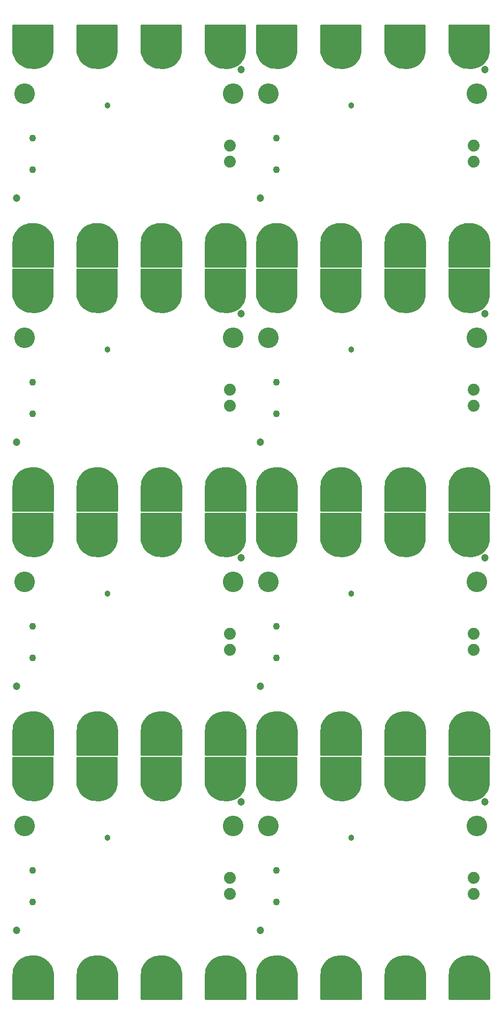
<source format=gbs>
G75*
%MOIN*%
%OFA0B0*%
%FSLAX25Y25*%
%IPPOS*%
%LPD*%
%AMOC8*
5,1,8,0,0,1.08239X$1,22.5*
%
%ADD10C,0.07400*%
%ADD11C,0.20800*%
%ADD12C,0.01000*%
%ADD13C,0.04737*%
%ADD14C,0.04343*%
%ADD15C,0.03800*%
%ADD16C,0.12800*%
D10*
X0216207Y0326400D03*
X0216207Y0336400D03*
X0216207Y0478400D03*
X0216207Y0488400D03*
X0216207Y0630400D03*
X0216207Y0640400D03*
X0216207Y0782400D03*
X0216207Y0792400D03*
X0368207Y0792400D03*
X0368207Y0782400D03*
X0368207Y0640400D03*
X0368207Y0630400D03*
X0368207Y0488400D03*
X0368207Y0478400D03*
X0368207Y0336400D03*
X0368207Y0326400D03*
D11*
X0365333Y0275400D03*
X0325333Y0275400D03*
X0285333Y0275400D03*
X0245333Y0275400D03*
X0213333Y0275400D03*
X0173333Y0275400D03*
X0133333Y0275400D03*
X0093333Y0275400D03*
X0093333Y0397400D03*
X0093333Y0427400D03*
X0133333Y0427400D03*
X0133333Y0397400D03*
X0173333Y0397400D03*
X0173333Y0427400D03*
X0213333Y0427400D03*
X0213333Y0397400D03*
X0245333Y0397400D03*
X0245333Y0427400D03*
X0285333Y0427400D03*
X0285333Y0397400D03*
X0325333Y0397400D03*
X0325333Y0427400D03*
X0365333Y0427400D03*
X0365333Y0397400D03*
X0365333Y0549400D03*
X0365333Y0579400D03*
X0325333Y0579400D03*
X0325333Y0549400D03*
X0285333Y0549400D03*
X0285333Y0579400D03*
X0245333Y0579400D03*
X0245333Y0549400D03*
X0213333Y0549400D03*
X0213333Y0579400D03*
X0173333Y0579400D03*
X0173333Y0549400D03*
X0133333Y0549400D03*
X0133333Y0579400D03*
X0093333Y0579400D03*
X0093333Y0549400D03*
X0093333Y0701400D03*
X0093333Y0731400D03*
X0133333Y0731400D03*
X0133333Y0701400D03*
X0173333Y0701400D03*
X0173333Y0731400D03*
X0213333Y0731400D03*
X0213333Y0701400D03*
X0245333Y0701400D03*
X0245333Y0731400D03*
X0285333Y0731400D03*
X0285333Y0701400D03*
X0325333Y0701400D03*
X0325333Y0731400D03*
X0365333Y0731400D03*
X0365333Y0701400D03*
X0365333Y0853400D03*
X0325333Y0853400D03*
X0285333Y0853400D03*
X0245333Y0853400D03*
X0213333Y0853400D03*
X0173333Y0853400D03*
X0133333Y0853400D03*
X0093333Y0853400D03*
D12*
X0081033Y0276200D02*
X0081033Y0261200D01*
X0105833Y0261200D01*
X0105833Y0276600D01*
X0105628Y0278273D01*
X0105186Y0279900D01*
X0104518Y0281448D01*
X0103636Y0282884D01*
X0102558Y0284181D01*
X0101307Y0285311D01*
X0099908Y0286251D01*
X0098389Y0286983D01*
X0096782Y0287491D01*
X0095119Y0287765D01*
X0093433Y0287800D01*
X0091833Y0287846D01*
X0090243Y0287666D01*
X0088694Y0287262D01*
X0087218Y0286643D01*
X0085845Y0285821D01*
X0084601Y0284813D01*
X0083513Y0283640D01*
X0082602Y0282324D01*
X0081886Y0280893D01*
X0081380Y0279374D01*
X0081094Y0277799D01*
X0081033Y0276200D01*
X0081040Y0276378D02*
X0105833Y0276378D01*
X0105833Y0275379D02*
X0081033Y0275379D01*
X0081033Y0274381D02*
X0105833Y0274381D01*
X0105833Y0273382D02*
X0081033Y0273382D01*
X0081033Y0272384D02*
X0105833Y0272384D01*
X0105833Y0271385D02*
X0081033Y0271385D01*
X0081033Y0270387D02*
X0105833Y0270387D01*
X0105833Y0269388D02*
X0081033Y0269388D01*
X0081033Y0268390D02*
X0105833Y0268390D01*
X0105833Y0267391D02*
X0081033Y0267391D01*
X0081033Y0266393D02*
X0105833Y0266393D01*
X0105833Y0265394D02*
X0081033Y0265394D01*
X0081033Y0264396D02*
X0105833Y0264396D01*
X0105833Y0263397D02*
X0081033Y0263397D01*
X0081033Y0262399D02*
X0105833Y0262399D01*
X0105833Y0261400D02*
X0081033Y0261400D01*
X0081078Y0277376D02*
X0105738Y0277376D01*
X0105600Y0278375D02*
X0081198Y0278375D01*
X0081380Y0279373D02*
X0105329Y0279373D01*
X0104983Y0280372D02*
X0081712Y0280372D01*
X0082125Y0281370D02*
X0104551Y0281370D01*
X0103952Y0282369D02*
X0082633Y0282369D01*
X0083324Y0283367D02*
X0103234Y0283367D01*
X0102353Y0284366D02*
X0084186Y0284366D01*
X0085281Y0285364D02*
X0101228Y0285364D01*
X0099677Y0286363D02*
X0086750Y0286363D01*
X0089076Y0287361D02*
X0097193Y0287361D01*
X0121380Y0279374D02*
X0121886Y0280893D01*
X0122602Y0282324D01*
X0123513Y0283640D01*
X0124601Y0284813D01*
X0125845Y0285821D01*
X0127218Y0286643D01*
X0128694Y0287262D01*
X0130243Y0287666D01*
X0131833Y0287846D01*
X0133433Y0287800D01*
X0135119Y0287765D01*
X0136782Y0287491D01*
X0138389Y0286983D01*
X0139908Y0286251D01*
X0141307Y0285311D01*
X0142558Y0284181D01*
X0143636Y0282884D01*
X0144518Y0281448D01*
X0145186Y0279900D01*
X0145628Y0278273D01*
X0145833Y0276600D01*
X0145833Y0261200D01*
X0121033Y0261200D01*
X0121033Y0276200D01*
X0121094Y0277799D01*
X0121380Y0279374D01*
X0121380Y0279373D02*
X0145329Y0279373D01*
X0145600Y0278375D02*
X0121198Y0278375D01*
X0121078Y0277376D02*
X0145738Y0277376D01*
X0145833Y0276378D02*
X0121040Y0276378D01*
X0121033Y0275379D02*
X0145833Y0275379D01*
X0145833Y0274381D02*
X0121033Y0274381D01*
X0121033Y0273382D02*
X0145833Y0273382D01*
X0145833Y0272384D02*
X0121033Y0272384D01*
X0121033Y0271385D02*
X0145833Y0271385D01*
X0145833Y0270387D02*
X0121033Y0270387D01*
X0121033Y0269388D02*
X0145833Y0269388D01*
X0145833Y0268390D02*
X0121033Y0268390D01*
X0121033Y0267391D02*
X0145833Y0267391D01*
X0145833Y0266393D02*
X0121033Y0266393D01*
X0121033Y0265394D02*
X0145833Y0265394D01*
X0145833Y0264396D02*
X0121033Y0264396D01*
X0121033Y0263397D02*
X0145833Y0263397D01*
X0145833Y0262399D02*
X0121033Y0262399D01*
X0121033Y0261400D02*
X0145833Y0261400D01*
X0161033Y0261400D02*
X0185833Y0261400D01*
X0185833Y0261200D02*
X0185833Y0276600D01*
X0185628Y0278273D01*
X0185186Y0279900D01*
X0184518Y0281448D01*
X0183636Y0282884D01*
X0182558Y0284181D01*
X0181307Y0285311D01*
X0179908Y0286251D01*
X0178389Y0286983D01*
X0176782Y0287491D01*
X0175119Y0287765D01*
X0173433Y0287800D01*
X0171833Y0287846D01*
X0170243Y0287666D01*
X0168694Y0287262D01*
X0167218Y0286643D01*
X0165845Y0285821D01*
X0164601Y0284813D01*
X0163513Y0283640D01*
X0162602Y0282324D01*
X0161886Y0280893D01*
X0161380Y0279374D01*
X0161094Y0277799D01*
X0161033Y0276200D01*
X0161033Y0261200D01*
X0185833Y0261200D01*
X0185833Y0262399D02*
X0161033Y0262399D01*
X0161033Y0263397D02*
X0185833Y0263397D01*
X0185833Y0264396D02*
X0161033Y0264396D01*
X0161033Y0265394D02*
X0185833Y0265394D01*
X0185833Y0266393D02*
X0161033Y0266393D01*
X0161033Y0267391D02*
X0185833Y0267391D01*
X0185833Y0268390D02*
X0161033Y0268390D01*
X0161033Y0269388D02*
X0185833Y0269388D01*
X0185833Y0270387D02*
X0161033Y0270387D01*
X0161033Y0271385D02*
X0185833Y0271385D01*
X0185833Y0272384D02*
X0161033Y0272384D01*
X0161033Y0273382D02*
X0185833Y0273382D01*
X0185833Y0274381D02*
X0161033Y0274381D01*
X0161033Y0275379D02*
X0185833Y0275379D01*
X0185833Y0276378D02*
X0161040Y0276378D01*
X0161078Y0277376D02*
X0185738Y0277376D01*
X0185600Y0278375D02*
X0161198Y0278375D01*
X0161380Y0279373D02*
X0185329Y0279373D01*
X0184983Y0280372D02*
X0161712Y0280372D01*
X0162125Y0281370D02*
X0184551Y0281370D01*
X0183952Y0282369D02*
X0162633Y0282369D01*
X0163324Y0283367D02*
X0183234Y0283367D01*
X0182353Y0284366D02*
X0164186Y0284366D01*
X0165281Y0285364D02*
X0181228Y0285364D01*
X0179677Y0286363D02*
X0166750Y0286363D01*
X0169076Y0287361D02*
X0177193Y0287361D01*
X0201380Y0279374D02*
X0201886Y0280893D01*
X0202602Y0282324D01*
X0203513Y0283640D01*
X0204601Y0284813D01*
X0205845Y0285821D01*
X0207218Y0286643D01*
X0208694Y0287262D01*
X0210243Y0287666D01*
X0211833Y0287846D01*
X0213433Y0287800D01*
X0215119Y0287765D01*
X0216782Y0287491D01*
X0218389Y0286983D01*
X0219908Y0286251D01*
X0221307Y0285311D01*
X0222558Y0284181D01*
X0223636Y0282884D01*
X0224518Y0281448D01*
X0225186Y0279900D01*
X0225628Y0278273D01*
X0225833Y0276600D01*
X0225833Y0261200D01*
X0201033Y0261200D01*
X0201033Y0276200D01*
X0201094Y0277799D01*
X0201380Y0279374D01*
X0201380Y0279373D02*
X0225329Y0279373D01*
X0225600Y0278375D02*
X0201198Y0278375D01*
X0201078Y0277376D02*
X0225738Y0277376D01*
X0225833Y0276378D02*
X0201040Y0276378D01*
X0201033Y0275379D02*
X0225833Y0275379D01*
X0225833Y0274381D02*
X0201033Y0274381D01*
X0201033Y0273382D02*
X0225833Y0273382D01*
X0225833Y0272384D02*
X0201033Y0272384D01*
X0201033Y0271385D02*
X0225833Y0271385D01*
X0225833Y0270387D02*
X0201033Y0270387D01*
X0201033Y0269388D02*
X0225833Y0269388D01*
X0225833Y0268390D02*
X0201033Y0268390D01*
X0201033Y0267391D02*
X0225833Y0267391D01*
X0225833Y0266393D02*
X0201033Y0266393D01*
X0201033Y0265394D02*
X0225833Y0265394D01*
X0225833Y0264396D02*
X0201033Y0264396D01*
X0201033Y0263397D02*
X0225833Y0263397D01*
X0225833Y0262399D02*
X0201033Y0262399D01*
X0201033Y0261400D02*
X0225833Y0261400D01*
X0233033Y0261400D02*
X0257833Y0261400D01*
X0257833Y0261200D02*
X0257833Y0276600D01*
X0257628Y0278273D01*
X0257186Y0279900D01*
X0256518Y0281448D01*
X0255636Y0282884D01*
X0254558Y0284181D01*
X0253307Y0285311D01*
X0251908Y0286251D01*
X0250389Y0286983D01*
X0248782Y0287491D01*
X0247119Y0287765D01*
X0245433Y0287800D01*
X0243833Y0287846D01*
X0242243Y0287666D01*
X0240694Y0287262D01*
X0239218Y0286643D01*
X0237845Y0285821D01*
X0236601Y0284813D01*
X0235513Y0283640D01*
X0234602Y0282324D01*
X0233886Y0280893D01*
X0233380Y0279374D01*
X0233094Y0277799D01*
X0233033Y0276200D01*
X0233033Y0261200D01*
X0257833Y0261200D01*
X0257833Y0262399D02*
X0233033Y0262399D01*
X0233033Y0263397D02*
X0257833Y0263397D01*
X0257833Y0264396D02*
X0233033Y0264396D01*
X0233033Y0265394D02*
X0257833Y0265394D01*
X0257833Y0266393D02*
X0233033Y0266393D01*
X0233033Y0267391D02*
X0257833Y0267391D01*
X0257833Y0268390D02*
X0233033Y0268390D01*
X0233033Y0269388D02*
X0257833Y0269388D01*
X0257833Y0270387D02*
X0233033Y0270387D01*
X0233033Y0271385D02*
X0257833Y0271385D01*
X0257833Y0272384D02*
X0233033Y0272384D01*
X0233033Y0273382D02*
X0257833Y0273382D01*
X0257833Y0274381D02*
X0233033Y0274381D01*
X0233033Y0275379D02*
X0257833Y0275379D01*
X0257833Y0276378D02*
X0233040Y0276378D01*
X0233078Y0277376D02*
X0257738Y0277376D01*
X0257600Y0278375D02*
X0233198Y0278375D01*
X0233380Y0279373D02*
X0257329Y0279373D01*
X0256983Y0280372D02*
X0233712Y0280372D01*
X0234125Y0281370D02*
X0256551Y0281370D01*
X0255952Y0282369D02*
X0234633Y0282369D01*
X0235324Y0283367D02*
X0255234Y0283367D01*
X0254353Y0284366D02*
X0236186Y0284366D01*
X0237281Y0285364D02*
X0253228Y0285364D01*
X0251677Y0286363D02*
X0238750Y0286363D01*
X0241076Y0287361D02*
X0249193Y0287361D01*
X0224983Y0280372D02*
X0201712Y0280372D01*
X0202125Y0281370D02*
X0224551Y0281370D01*
X0223952Y0282369D02*
X0202633Y0282369D01*
X0203324Y0283367D02*
X0223234Y0283367D01*
X0222353Y0284366D02*
X0204186Y0284366D01*
X0205281Y0285364D02*
X0221228Y0285364D01*
X0219677Y0286363D02*
X0206750Y0286363D01*
X0209076Y0287361D02*
X0217193Y0287361D01*
X0273094Y0277799D02*
X0273380Y0279374D01*
X0273886Y0280893D01*
X0274602Y0282324D01*
X0275513Y0283640D01*
X0276601Y0284813D01*
X0277845Y0285821D01*
X0279218Y0286643D01*
X0280694Y0287262D01*
X0282243Y0287666D01*
X0283833Y0287846D01*
X0285433Y0287800D01*
X0287119Y0287765D01*
X0288782Y0287491D01*
X0290389Y0286983D01*
X0291908Y0286251D01*
X0293307Y0285311D01*
X0294558Y0284181D01*
X0295636Y0282884D01*
X0296518Y0281448D01*
X0297186Y0279900D01*
X0297628Y0278273D01*
X0297833Y0276600D01*
X0297833Y0261200D01*
X0273033Y0261200D01*
X0273033Y0276200D01*
X0273094Y0277799D01*
X0273078Y0277376D02*
X0297738Y0277376D01*
X0297833Y0276378D02*
X0273040Y0276378D01*
X0273033Y0275379D02*
X0297833Y0275379D01*
X0297833Y0274381D02*
X0273033Y0274381D01*
X0273033Y0273382D02*
X0297833Y0273382D01*
X0297833Y0272384D02*
X0273033Y0272384D01*
X0273033Y0271385D02*
X0297833Y0271385D01*
X0297833Y0270387D02*
X0273033Y0270387D01*
X0273033Y0269388D02*
X0297833Y0269388D01*
X0297833Y0268390D02*
X0273033Y0268390D01*
X0273033Y0267391D02*
X0297833Y0267391D01*
X0297833Y0266393D02*
X0273033Y0266393D01*
X0273033Y0265394D02*
X0297833Y0265394D01*
X0297833Y0264396D02*
X0273033Y0264396D01*
X0273033Y0263397D02*
X0297833Y0263397D01*
X0297833Y0262399D02*
X0273033Y0262399D01*
X0273033Y0261400D02*
X0297833Y0261400D01*
X0313033Y0261400D02*
X0337833Y0261400D01*
X0337833Y0261200D02*
X0337833Y0276600D01*
X0337628Y0278273D01*
X0337186Y0279900D01*
X0336518Y0281448D01*
X0335636Y0282884D01*
X0334558Y0284181D01*
X0333307Y0285311D01*
X0331908Y0286251D01*
X0330389Y0286983D01*
X0328782Y0287491D01*
X0327119Y0287765D01*
X0325433Y0287800D01*
X0323833Y0287846D01*
X0322243Y0287666D01*
X0320694Y0287262D01*
X0319218Y0286643D01*
X0317845Y0285821D01*
X0316601Y0284813D01*
X0315513Y0283640D01*
X0314602Y0282324D01*
X0313886Y0280893D01*
X0313380Y0279374D01*
X0313094Y0277799D01*
X0313033Y0276200D01*
X0313033Y0261200D01*
X0337833Y0261200D01*
X0337833Y0262399D02*
X0313033Y0262399D01*
X0313033Y0263397D02*
X0337833Y0263397D01*
X0337833Y0264396D02*
X0313033Y0264396D01*
X0313033Y0265394D02*
X0337833Y0265394D01*
X0337833Y0266393D02*
X0313033Y0266393D01*
X0313033Y0267391D02*
X0337833Y0267391D01*
X0337833Y0268390D02*
X0313033Y0268390D01*
X0313033Y0269388D02*
X0337833Y0269388D01*
X0337833Y0270387D02*
X0313033Y0270387D01*
X0313033Y0271385D02*
X0337833Y0271385D01*
X0337833Y0272384D02*
X0313033Y0272384D01*
X0313033Y0273382D02*
X0337833Y0273382D01*
X0337833Y0274381D02*
X0313033Y0274381D01*
X0313033Y0275379D02*
X0337833Y0275379D01*
X0337833Y0276378D02*
X0313040Y0276378D01*
X0313078Y0277376D02*
X0337738Y0277376D01*
X0337600Y0278375D02*
X0313198Y0278375D01*
X0313380Y0279373D02*
X0337329Y0279373D01*
X0336983Y0280372D02*
X0313712Y0280372D01*
X0314125Y0281370D02*
X0336551Y0281370D01*
X0335952Y0282369D02*
X0314633Y0282369D01*
X0315324Y0283367D02*
X0335234Y0283367D01*
X0334353Y0284366D02*
X0316186Y0284366D01*
X0317281Y0285364D02*
X0333228Y0285364D01*
X0331677Y0286363D02*
X0318750Y0286363D01*
X0321076Y0287361D02*
X0329193Y0287361D01*
X0353380Y0279374D02*
X0353886Y0280893D01*
X0354602Y0282324D01*
X0355513Y0283640D01*
X0356601Y0284813D01*
X0357845Y0285821D01*
X0359218Y0286643D01*
X0360694Y0287262D01*
X0362243Y0287666D01*
X0363833Y0287846D01*
X0365433Y0287800D01*
X0367119Y0287765D01*
X0368782Y0287491D01*
X0370389Y0286983D01*
X0371908Y0286251D01*
X0373307Y0285311D01*
X0374558Y0284181D01*
X0375636Y0282884D01*
X0376518Y0281448D01*
X0377186Y0279900D01*
X0377628Y0278273D01*
X0377833Y0276600D01*
X0377833Y0261200D01*
X0353033Y0261200D01*
X0353033Y0276200D01*
X0353094Y0277799D01*
X0353380Y0279374D01*
X0353380Y0279373D02*
X0377329Y0279373D01*
X0377600Y0278375D02*
X0353198Y0278375D01*
X0353078Y0277376D02*
X0377738Y0277376D01*
X0377833Y0276378D02*
X0353040Y0276378D01*
X0353033Y0275379D02*
X0377833Y0275379D01*
X0377833Y0274381D02*
X0353033Y0274381D01*
X0353033Y0273382D02*
X0377833Y0273382D01*
X0377833Y0272384D02*
X0353033Y0272384D01*
X0353033Y0271385D02*
X0377833Y0271385D01*
X0377833Y0270387D02*
X0353033Y0270387D01*
X0353033Y0269388D02*
X0377833Y0269388D01*
X0377833Y0268390D02*
X0353033Y0268390D01*
X0353033Y0267391D02*
X0377833Y0267391D01*
X0377833Y0266393D02*
X0353033Y0266393D01*
X0353033Y0265394D02*
X0377833Y0265394D01*
X0377833Y0264396D02*
X0353033Y0264396D01*
X0353033Y0263397D02*
X0377833Y0263397D01*
X0377833Y0262399D02*
X0353033Y0262399D01*
X0353033Y0261400D02*
X0377833Y0261400D01*
X0376983Y0280372D02*
X0353712Y0280372D01*
X0354125Y0281370D02*
X0376551Y0281370D01*
X0375952Y0282369D02*
X0354633Y0282369D01*
X0355324Y0283367D02*
X0375234Y0283367D01*
X0374353Y0284366D02*
X0356186Y0284366D01*
X0357281Y0285364D02*
X0373228Y0285364D01*
X0371677Y0286363D02*
X0358750Y0286363D01*
X0361076Y0287361D02*
X0369193Y0287361D01*
X0366833Y0384954D02*
X0365233Y0385000D01*
X0363548Y0385035D01*
X0361885Y0385309D01*
X0360277Y0385817D01*
X0358759Y0386549D01*
X0357359Y0387489D01*
X0356108Y0388619D01*
X0355031Y0389916D01*
X0354149Y0391352D01*
X0353480Y0392900D01*
X0353039Y0394527D01*
X0352833Y0396200D01*
X0352833Y0411600D01*
X0377633Y0411600D01*
X0377633Y0396600D01*
X0377573Y0395001D01*
X0377287Y0393426D01*
X0376781Y0391907D01*
X0376065Y0390476D01*
X0375153Y0389160D01*
X0374065Y0387987D01*
X0372822Y0386979D01*
X0371448Y0386157D01*
X0369972Y0385538D01*
X0368423Y0385134D01*
X0366833Y0384954D01*
X0368734Y0385215D02*
X0362452Y0385215D01*
X0359454Y0386214D02*
X0371543Y0386214D01*
X0373110Y0387212D02*
X0357771Y0387212D01*
X0356560Y0388211D02*
X0374273Y0388211D01*
X0375188Y0389209D02*
X0355618Y0389209D01*
X0354851Y0390208D02*
X0375879Y0390208D01*
X0376430Y0391206D02*
X0354238Y0391206D01*
X0353781Y0392205D02*
X0376880Y0392205D01*
X0377213Y0393203D02*
X0353398Y0393203D01*
X0353127Y0394202D02*
X0377428Y0394202D01*
X0377580Y0395201D02*
X0352956Y0395201D01*
X0352833Y0396199D02*
X0377618Y0396199D01*
X0377633Y0397198D02*
X0352833Y0397198D01*
X0352833Y0398196D02*
X0377633Y0398196D01*
X0377633Y0399195D02*
X0352833Y0399195D01*
X0352833Y0400193D02*
X0377633Y0400193D01*
X0377633Y0401192D02*
X0352833Y0401192D01*
X0352833Y0402190D02*
X0377633Y0402190D01*
X0377633Y0403189D02*
X0352833Y0403189D01*
X0352833Y0404187D02*
X0377633Y0404187D01*
X0377633Y0405186D02*
X0352833Y0405186D01*
X0352833Y0406184D02*
X0377633Y0406184D01*
X0377633Y0407183D02*
X0352833Y0407183D01*
X0352833Y0408181D02*
X0377633Y0408181D01*
X0377633Y0409180D02*
X0352833Y0409180D01*
X0352833Y0410178D02*
X0377633Y0410178D01*
X0377633Y0411177D02*
X0352833Y0411177D01*
X0353033Y0413200D02*
X0353033Y0428200D01*
X0353094Y0429799D01*
X0353380Y0431374D01*
X0353886Y0432893D01*
X0354602Y0434324D01*
X0355513Y0435640D01*
X0356601Y0436813D01*
X0357845Y0437821D01*
X0359218Y0438643D01*
X0360694Y0439262D01*
X0362243Y0439666D01*
X0363833Y0439846D01*
X0365433Y0439800D01*
X0367119Y0439765D01*
X0368782Y0439491D01*
X0370389Y0438983D01*
X0371908Y0438251D01*
X0373307Y0437311D01*
X0374558Y0436181D01*
X0375636Y0434884D01*
X0376518Y0433448D01*
X0377186Y0431900D01*
X0377628Y0430273D01*
X0377833Y0428600D01*
X0377833Y0413200D01*
X0353033Y0413200D01*
X0353033Y0414172D02*
X0377833Y0414172D01*
X0377833Y0415171D02*
X0353033Y0415171D01*
X0353033Y0416169D02*
X0377833Y0416169D01*
X0377833Y0417168D02*
X0353033Y0417168D01*
X0353033Y0418166D02*
X0377833Y0418166D01*
X0377833Y0419165D02*
X0353033Y0419165D01*
X0353033Y0420163D02*
X0377833Y0420163D01*
X0377833Y0421162D02*
X0353033Y0421162D01*
X0353033Y0422160D02*
X0377833Y0422160D01*
X0377833Y0423159D02*
X0353033Y0423159D01*
X0353033Y0424157D02*
X0377833Y0424157D01*
X0377833Y0425156D02*
X0353033Y0425156D01*
X0353033Y0426154D02*
X0377833Y0426154D01*
X0377833Y0427153D02*
X0353033Y0427153D01*
X0353033Y0428151D02*
X0377833Y0428151D01*
X0377766Y0429150D02*
X0353069Y0429150D01*
X0353157Y0430148D02*
X0377643Y0430148D01*
X0377391Y0431147D02*
X0353339Y0431147D01*
X0353637Y0432145D02*
X0377080Y0432145D01*
X0376649Y0433144D02*
X0354012Y0433144D01*
X0354511Y0434142D02*
X0376091Y0434142D01*
X0375422Y0435141D02*
X0355168Y0435141D01*
X0355977Y0436139D02*
X0374593Y0436139D01*
X0373499Y0437138D02*
X0357002Y0437138D01*
X0358372Y0438137D02*
X0372079Y0438137D01*
X0369908Y0439135D02*
X0360392Y0439135D01*
X0337186Y0431900D02*
X0337628Y0430273D01*
X0337833Y0428600D01*
X0337833Y0413200D01*
X0313033Y0413200D01*
X0313033Y0428200D01*
X0313094Y0429799D01*
X0313380Y0431374D01*
X0313886Y0432893D01*
X0314602Y0434324D01*
X0315513Y0435640D01*
X0316601Y0436813D01*
X0317845Y0437821D01*
X0319218Y0438643D01*
X0320694Y0439262D01*
X0322243Y0439666D01*
X0323833Y0439846D01*
X0325433Y0439800D01*
X0327119Y0439765D01*
X0328782Y0439491D01*
X0330389Y0438983D01*
X0331908Y0438251D01*
X0333307Y0437311D01*
X0334558Y0436181D01*
X0335636Y0434884D01*
X0336518Y0433448D01*
X0337186Y0431900D01*
X0337080Y0432145D02*
X0313637Y0432145D01*
X0313339Y0431147D02*
X0337391Y0431147D01*
X0337643Y0430148D02*
X0313157Y0430148D01*
X0313069Y0429150D02*
X0337766Y0429150D01*
X0337833Y0428151D02*
X0313033Y0428151D01*
X0313033Y0427153D02*
X0337833Y0427153D01*
X0337833Y0426154D02*
X0313033Y0426154D01*
X0313033Y0425156D02*
X0337833Y0425156D01*
X0337833Y0424157D02*
X0313033Y0424157D01*
X0313033Y0423159D02*
X0337833Y0423159D01*
X0337833Y0422160D02*
X0313033Y0422160D01*
X0313033Y0421162D02*
X0337833Y0421162D01*
X0337833Y0420163D02*
X0313033Y0420163D01*
X0313033Y0419165D02*
X0337833Y0419165D01*
X0337833Y0418166D02*
X0313033Y0418166D01*
X0313033Y0417168D02*
X0337833Y0417168D01*
X0337833Y0416169D02*
X0313033Y0416169D01*
X0313033Y0415171D02*
X0337833Y0415171D01*
X0337833Y0414172D02*
X0313033Y0414172D01*
X0312833Y0411600D02*
X0312833Y0396200D01*
X0313039Y0394527D01*
X0313480Y0392900D01*
X0314149Y0391352D01*
X0315031Y0389916D01*
X0316108Y0388619D01*
X0317359Y0387489D01*
X0318759Y0386549D01*
X0320277Y0385817D01*
X0321885Y0385309D01*
X0323548Y0385035D01*
X0325233Y0385000D01*
X0326833Y0384954D01*
X0328423Y0385134D01*
X0329972Y0385538D01*
X0331448Y0386157D01*
X0332822Y0386979D01*
X0334065Y0387987D01*
X0335153Y0389160D01*
X0336065Y0390476D01*
X0336781Y0391907D01*
X0337287Y0393426D01*
X0337573Y0395001D01*
X0337633Y0396600D01*
X0337633Y0411600D01*
X0312833Y0411600D01*
X0312833Y0411177D02*
X0337633Y0411177D01*
X0337633Y0410178D02*
X0312833Y0410178D01*
X0312833Y0409180D02*
X0337633Y0409180D01*
X0337633Y0408181D02*
X0312833Y0408181D01*
X0312833Y0407183D02*
X0337633Y0407183D01*
X0337633Y0406184D02*
X0312833Y0406184D01*
X0312833Y0405186D02*
X0337633Y0405186D01*
X0337633Y0404187D02*
X0312833Y0404187D01*
X0312833Y0403189D02*
X0337633Y0403189D01*
X0337633Y0402190D02*
X0312833Y0402190D01*
X0312833Y0401192D02*
X0337633Y0401192D01*
X0337633Y0400193D02*
X0312833Y0400193D01*
X0312833Y0399195D02*
X0337633Y0399195D01*
X0337633Y0398196D02*
X0312833Y0398196D01*
X0312833Y0397198D02*
X0337633Y0397198D01*
X0337618Y0396199D02*
X0312833Y0396199D01*
X0312956Y0395201D02*
X0337580Y0395201D01*
X0337428Y0394202D02*
X0313127Y0394202D01*
X0313398Y0393203D02*
X0337213Y0393203D01*
X0336880Y0392205D02*
X0313781Y0392205D01*
X0314238Y0391206D02*
X0336430Y0391206D01*
X0335879Y0390208D02*
X0314851Y0390208D01*
X0315618Y0389209D02*
X0335188Y0389209D01*
X0334273Y0388211D02*
X0316560Y0388211D01*
X0317771Y0387212D02*
X0333110Y0387212D01*
X0331543Y0386214D02*
X0319454Y0386214D01*
X0322452Y0385215D02*
X0328734Y0385215D01*
X0297287Y0393426D02*
X0296781Y0391907D01*
X0296065Y0390476D01*
X0295153Y0389160D01*
X0294065Y0387987D01*
X0292822Y0386979D01*
X0291448Y0386157D01*
X0289972Y0385538D01*
X0288423Y0385134D01*
X0286833Y0384954D01*
X0285233Y0385000D01*
X0283548Y0385035D01*
X0281885Y0385309D01*
X0280277Y0385817D01*
X0278759Y0386549D01*
X0277359Y0387489D01*
X0276108Y0388619D01*
X0275031Y0389916D01*
X0274149Y0391352D01*
X0273480Y0392900D01*
X0273039Y0394527D01*
X0272833Y0396200D01*
X0272833Y0411600D01*
X0297633Y0411600D01*
X0297633Y0396600D01*
X0297573Y0395001D01*
X0297287Y0393426D01*
X0297213Y0393203D02*
X0273398Y0393203D01*
X0273127Y0394202D02*
X0297428Y0394202D01*
X0297580Y0395201D02*
X0272956Y0395201D01*
X0272833Y0396199D02*
X0297618Y0396199D01*
X0297633Y0397198D02*
X0272833Y0397198D01*
X0272833Y0398196D02*
X0297633Y0398196D01*
X0297633Y0399195D02*
X0272833Y0399195D01*
X0272833Y0400193D02*
X0297633Y0400193D01*
X0297633Y0401192D02*
X0272833Y0401192D01*
X0272833Y0402190D02*
X0297633Y0402190D01*
X0297633Y0403189D02*
X0272833Y0403189D01*
X0272833Y0404187D02*
X0297633Y0404187D01*
X0297633Y0405186D02*
X0272833Y0405186D01*
X0272833Y0406184D02*
X0297633Y0406184D01*
X0297633Y0407183D02*
X0272833Y0407183D01*
X0272833Y0408181D02*
X0297633Y0408181D01*
X0297633Y0409180D02*
X0272833Y0409180D01*
X0272833Y0410178D02*
X0297633Y0410178D01*
X0297633Y0411177D02*
X0272833Y0411177D01*
X0273033Y0413200D02*
X0273033Y0428200D01*
X0273094Y0429799D01*
X0273380Y0431374D01*
X0273886Y0432893D01*
X0274602Y0434324D01*
X0275513Y0435640D01*
X0276601Y0436813D01*
X0277845Y0437821D01*
X0279218Y0438643D01*
X0280694Y0439262D01*
X0282243Y0439666D01*
X0283833Y0439846D01*
X0285433Y0439800D01*
X0287119Y0439765D01*
X0288782Y0439491D01*
X0290389Y0438983D01*
X0291908Y0438251D01*
X0293307Y0437311D01*
X0294558Y0436181D01*
X0295636Y0434884D01*
X0296518Y0433448D01*
X0297186Y0431900D01*
X0297628Y0430273D01*
X0297833Y0428600D01*
X0297833Y0413200D01*
X0273033Y0413200D01*
X0273033Y0414172D02*
X0297833Y0414172D01*
X0297833Y0415171D02*
X0273033Y0415171D01*
X0273033Y0416169D02*
X0297833Y0416169D01*
X0297833Y0417168D02*
X0273033Y0417168D01*
X0273033Y0418166D02*
X0297833Y0418166D01*
X0297833Y0419165D02*
X0273033Y0419165D01*
X0273033Y0420163D02*
X0297833Y0420163D01*
X0297833Y0421162D02*
X0273033Y0421162D01*
X0273033Y0422160D02*
X0297833Y0422160D01*
X0297833Y0423159D02*
X0273033Y0423159D01*
X0273033Y0424157D02*
X0297833Y0424157D01*
X0297833Y0425156D02*
X0273033Y0425156D01*
X0273033Y0426154D02*
X0297833Y0426154D01*
X0297833Y0427153D02*
X0273033Y0427153D01*
X0273033Y0428151D02*
X0297833Y0428151D01*
X0297766Y0429150D02*
X0273069Y0429150D01*
X0273157Y0430148D02*
X0297643Y0430148D01*
X0297391Y0431147D02*
X0273339Y0431147D01*
X0273637Y0432145D02*
X0297080Y0432145D01*
X0296649Y0433144D02*
X0274012Y0433144D01*
X0274511Y0434142D02*
X0296091Y0434142D01*
X0295422Y0435141D02*
X0275168Y0435141D01*
X0275977Y0436139D02*
X0294593Y0436139D01*
X0293499Y0437138D02*
X0277002Y0437138D01*
X0278372Y0438137D02*
X0292079Y0438137D01*
X0289908Y0439135D02*
X0280392Y0439135D01*
X0257186Y0431900D02*
X0257628Y0430273D01*
X0257833Y0428600D01*
X0257833Y0413200D01*
X0233033Y0413200D01*
X0233033Y0428200D01*
X0233094Y0429799D01*
X0233380Y0431374D01*
X0233886Y0432893D01*
X0234602Y0434324D01*
X0235513Y0435640D01*
X0236601Y0436813D01*
X0237845Y0437821D01*
X0239218Y0438643D01*
X0240694Y0439262D01*
X0242243Y0439666D01*
X0243833Y0439846D01*
X0245433Y0439800D01*
X0247119Y0439765D01*
X0248782Y0439491D01*
X0250389Y0438983D01*
X0251908Y0438251D01*
X0253307Y0437311D01*
X0254558Y0436181D01*
X0255636Y0434884D01*
X0256518Y0433448D01*
X0257186Y0431900D01*
X0257080Y0432145D02*
X0233637Y0432145D01*
X0233339Y0431147D02*
X0257391Y0431147D01*
X0257643Y0430148D02*
X0233157Y0430148D01*
X0233069Y0429150D02*
X0257766Y0429150D01*
X0257833Y0428151D02*
X0233033Y0428151D01*
X0233033Y0427153D02*
X0257833Y0427153D01*
X0257833Y0426154D02*
X0233033Y0426154D01*
X0233033Y0425156D02*
X0257833Y0425156D01*
X0257833Y0424157D02*
X0233033Y0424157D01*
X0233033Y0423159D02*
X0257833Y0423159D01*
X0257833Y0422160D02*
X0233033Y0422160D01*
X0233033Y0421162D02*
X0257833Y0421162D01*
X0257833Y0420163D02*
X0233033Y0420163D01*
X0233033Y0419165D02*
X0257833Y0419165D01*
X0257833Y0418166D02*
X0233033Y0418166D01*
X0233033Y0417168D02*
X0257833Y0417168D01*
X0257833Y0416169D02*
X0233033Y0416169D01*
X0233033Y0415171D02*
X0257833Y0415171D01*
X0257833Y0414172D02*
X0233033Y0414172D01*
X0232833Y0411600D02*
X0232833Y0396200D01*
X0233039Y0394527D01*
X0233480Y0392900D01*
X0234149Y0391352D01*
X0235031Y0389916D01*
X0236108Y0388619D01*
X0237359Y0387489D01*
X0238759Y0386549D01*
X0240277Y0385817D01*
X0241885Y0385309D01*
X0243548Y0385035D01*
X0245233Y0385000D01*
X0246833Y0384954D01*
X0248423Y0385134D01*
X0249972Y0385538D01*
X0251448Y0386157D01*
X0252822Y0386979D01*
X0254065Y0387987D01*
X0255153Y0389160D01*
X0256065Y0390476D01*
X0256781Y0391907D01*
X0257287Y0393426D01*
X0257573Y0395001D01*
X0257633Y0396600D01*
X0257633Y0411600D01*
X0232833Y0411600D01*
X0232833Y0411177D02*
X0257633Y0411177D01*
X0257633Y0410178D02*
X0232833Y0410178D01*
X0232833Y0409180D02*
X0257633Y0409180D01*
X0257633Y0408181D02*
X0232833Y0408181D01*
X0232833Y0407183D02*
X0257633Y0407183D01*
X0257633Y0406184D02*
X0232833Y0406184D01*
X0232833Y0405186D02*
X0257633Y0405186D01*
X0257633Y0404187D02*
X0232833Y0404187D01*
X0232833Y0403189D02*
X0257633Y0403189D01*
X0257633Y0402190D02*
X0232833Y0402190D01*
X0232833Y0401192D02*
X0257633Y0401192D01*
X0257633Y0400193D02*
X0232833Y0400193D01*
X0232833Y0399195D02*
X0257633Y0399195D01*
X0257633Y0398196D02*
X0232833Y0398196D01*
X0232833Y0397198D02*
X0257633Y0397198D01*
X0257618Y0396199D02*
X0232833Y0396199D01*
X0232956Y0395201D02*
X0257580Y0395201D01*
X0257428Y0394202D02*
X0233127Y0394202D01*
X0233398Y0393203D02*
X0257213Y0393203D01*
X0256880Y0392205D02*
X0233781Y0392205D01*
X0234238Y0391206D02*
X0256430Y0391206D01*
X0255879Y0390208D02*
X0234851Y0390208D01*
X0235618Y0389209D02*
X0255188Y0389209D01*
X0254273Y0388211D02*
X0236560Y0388211D01*
X0237771Y0387212D02*
X0253110Y0387212D01*
X0251543Y0386214D02*
X0239454Y0386214D01*
X0242452Y0385215D02*
X0248734Y0385215D01*
X0225213Y0393203D02*
X0201398Y0393203D01*
X0201480Y0392900D02*
X0201039Y0394527D01*
X0200833Y0396200D01*
X0200833Y0411600D01*
X0225633Y0411600D01*
X0225633Y0396600D01*
X0225573Y0395001D01*
X0225287Y0393426D01*
X0224781Y0391907D01*
X0224065Y0390476D01*
X0223153Y0389160D01*
X0222065Y0387987D01*
X0220822Y0386979D01*
X0219448Y0386157D01*
X0217972Y0385538D01*
X0216423Y0385134D01*
X0214833Y0384954D01*
X0213233Y0385000D01*
X0211548Y0385035D01*
X0209885Y0385309D01*
X0208277Y0385817D01*
X0206759Y0386549D01*
X0205359Y0387489D01*
X0204108Y0388619D01*
X0203031Y0389916D01*
X0202149Y0391352D01*
X0201480Y0392900D01*
X0201781Y0392205D02*
X0224880Y0392205D01*
X0224430Y0391206D02*
X0202238Y0391206D01*
X0202851Y0390208D02*
X0223879Y0390208D01*
X0223188Y0389209D02*
X0203618Y0389209D01*
X0204560Y0388211D02*
X0222273Y0388211D01*
X0221110Y0387212D02*
X0205771Y0387212D01*
X0207454Y0386214D02*
X0219543Y0386214D01*
X0216734Y0385215D02*
X0210452Y0385215D01*
X0201127Y0394202D02*
X0225428Y0394202D01*
X0225580Y0395201D02*
X0200956Y0395201D01*
X0200833Y0396199D02*
X0225618Y0396199D01*
X0225633Y0397198D02*
X0200833Y0397198D01*
X0200833Y0398196D02*
X0225633Y0398196D01*
X0225633Y0399195D02*
X0200833Y0399195D01*
X0200833Y0400193D02*
X0225633Y0400193D01*
X0225633Y0401192D02*
X0200833Y0401192D01*
X0200833Y0402190D02*
X0225633Y0402190D01*
X0225633Y0403189D02*
X0200833Y0403189D01*
X0200833Y0404187D02*
X0225633Y0404187D01*
X0225633Y0405186D02*
X0200833Y0405186D01*
X0200833Y0406184D02*
X0225633Y0406184D01*
X0225633Y0407183D02*
X0200833Y0407183D01*
X0200833Y0408181D02*
X0225633Y0408181D01*
X0225633Y0409180D02*
X0200833Y0409180D01*
X0200833Y0410178D02*
X0225633Y0410178D01*
X0225633Y0411177D02*
X0200833Y0411177D01*
X0201033Y0413200D02*
X0201033Y0428200D01*
X0201094Y0429799D01*
X0201380Y0431374D01*
X0201886Y0432893D01*
X0202602Y0434324D01*
X0203513Y0435640D01*
X0204601Y0436813D01*
X0205845Y0437821D01*
X0207218Y0438643D01*
X0208694Y0439262D01*
X0210243Y0439666D01*
X0211833Y0439846D01*
X0213433Y0439800D01*
X0215119Y0439765D01*
X0216782Y0439491D01*
X0218389Y0438983D01*
X0219908Y0438251D01*
X0221307Y0437311D01*
X0222558Y0436181D01*
X0223636Y0434884D01*
X0224518Y0433448D01*
X0225186Y0431900D01*
X0225628Y0430273D01*
X0225833Y0428600D01*
X0225833Y0413200D01*
X0201033Y0413200D01*
X0201033Y0414172D02*
X0225833Y0414172D01*
X0225833Y0415171D02*
X0201033Y0415171D01*
X0201033Y0416169D02*
X0225833Y0416169D01*
X0225833Y0417168D02*
X0201033Y0417168D01*
X0201033Y0418166D02*
X0225833Y0418166D01*
X0225833Y0419165D02*
X0201033Y0419165D01*
X0201033Y0420163D02*
X0225833Y0420163D01*
X0225833Y0421162D02*
X0201033Y0421162D01*
X0201033Y0422160D02*
X0225833Y0422160D01*
X0225833Y0423159D02*
X0201033Y0423159D01*
X0201033Y0424157D02*
X0225833Y0424157D01*
X0225833Y0425156D02*
X0201033Y0425156D01*
X0201033Y0426154D02*
X0225833Y0426154D01*
X0225833Y0427153D02*
X0201033Y0427153D01*
X0201033Y0428151D02*
X0225833Y0428151D01*
X0225766Y0429150D02*
X0201069Y0429150D01*
X0201157Y0430148D02*
X0225643Y0430148D01*
X0225391Y0431147D02*
X0201339Y0431147D01*
X0201637Y0432145D02*
X0225080Y0432145D01*
X0224649Y0433144D02*
X0202012Y0433144D01*
X0202511Y0434142D02*
X0224091Y0434142D01*
X0223422Y0435141D02*
X0203168Y0435141D01*
X0203977Y0436139D02*
X0222593Y0436139D01*
X0221499Y0437138D02*
X0205002Y0437138D01*
X0206372Y0438137D02*
X0220079Y0438137D01*
X0217908Y0439135D02*
X0208392Y0439135D01*
X0185186Y0431900D02*
X0185628Y0430273D01*
X0185833Y0428600D01*
X0185833Y0413200D01*
X0161033Y0413200D01*
X0161033Y0428200D01*
X0161094Y0429799D01*
X0161380Y0431374D01*
X0161886Y0432893D01*
X0162602Y0434324D01*
X0163513Y0435640D01*
X0164601Y0436813D01*
X0165845Y0437821D01*
X0167218Y0438643D01*
X0168694Y0439262D01*
X0170243Y0439666D01*
X0171833Y0439846D01*
X0173433Y0439800D01*
X0175119Y0439765D01*
X0176782Y0439491D01*
X0178389Y0438983D01*
X0179908Y0438251D01*
X0181307Y0437311D01*
X0182558Y0436181D01*
X0183636Y0434884D01*
X0184518Y0433448D01*
X0185186Y0431900D01*
X0185080Y0432145D02*
X0161637Y0432145D01*
X0161339Y0431147D02*
X0185391Y0431147D01*
X0185643Y0430148D02*
X0161157Y0430148D01*
X0161069Y0429150D02*
X0185766Y0429150D01*
X0185833Y0428151D02*
X0161033Y0428151D01*
X0161033Y0427153D02*
X0185833Y0427153D01*
X0185833Y0426154D02*
X0161033Y0426154D01*
X0161033Y0425156D02*
X0185833Y0425156D01*
X0185833Y0424157D02*
X0161033Y0424157D01*
X0161033Y0423159D02*
X0185833Y0423159D01*
X0185833Y0422160D02*
X0161033Y0422160D01*
X0161033Y0421162D02*
X0185833Y0421162D01*
X0185833Y0420163D02*
X0161033Y0420163D01*
X0161033Y0419165D02*
X0185833Y0419165D01*
X0185833Y0418166D02*
X0161033Y0418166D01*
X0161033Y0417168D02*
X0185833Y0417168D01*
X0185833Y0416169D02*
X0161033Y0416169D01*
X0161033Y0415171D02*
X0185833Y0415171D01*
X0185833Y0414172D02*
X0161033Y0414172D01*
X0160833Y0411600D02*
X0160833Y0396200D01*
X0161039Y0394527D01*
X0161480Y0392900D01*
X0162149Y0391352D01*
X0163031Y0389916D01*
X0164108Y0388619D01*
X0165359Y0387489D01*
X0166759Y0386549D01*
X0168277Y0385817D01*
X0169885Y0385309D01*
X0171548Y0385035D01*
X0173233Y0385000D01*
X0174833Y0384954D01*
X0176423Y0385134D01*
X0177972Y0385538D01*
X0179448Y0386157D01*
X0180822Y0386979D01*
X0182065Y0387987D01*
X0183153Y0389160D01*
X0184065Y0390476D01*
X0184781Y0391907D01*
X0185287Y0393426D01*
X0185573Y0395001D01*
X0185633Y0396600D01*
X0185633Y0411600D01*
X0160833Y0411600D01*
X0160833Y0411177D02*
X0185633Y0411177D01*
X0185633Y0410178D02*
X0160833Y0410178D01*
X0160833Y0409180D02*
X0185633Y0409180D01*
X0185633Y0408181D02*
X0160833Y0408181D01*
X0160833Y0407183D02*
X0185633Y0407183D01*
X0185633Y0406184D02*
X0160833Y0406184D01*
X0160833Y0405186D02*
X0185633Y0405186D01*
X0185633Y0404187D02*
X0160833Y0404187D01*
X0160833Y0403189D02*
X0185633Y0403189D01*
X0185633Y0402190D02*
X0160833Y0402190D01*
X0160833Y0401192D02*
X0185633Y0401192D01*
X0185633Y0400193D02*
X0160833Y0400193D01*
X0160833Y0399195D02*
X0185633Y0399195D01*
X0185633Y0398196D02*
X0160833Y0398196D01*
X0160833Y0397198D02*
X0185633Y0397198D01*
X0185618Y0396199D02*
X0160833Y0396199D01*
X0160956Y0395201D02*
X0185580Y0395201D01*
X0185428Y0394202D02*
X0161127Y0394202D01*
X0161398Y0393203D02*
X0185213Y0393203D01*
X0184880Y0392205D02*
X0161781Y0392205D01*
X0162238Y0391206D02*
X0184430Y0391206D01*
X0183879Y0390208D02*
X0162851Y0390208D01*
X0163618Y0389209D02*
X0183188Y0389209D01*
X0182273Y0388211D02*
X0164560Y0388211D01*
X0165771Y0387212D02*
X0181110Y0387212D01*
X0179543Y0386214D02*
X0167454Y0386214D01*
X0170452Y0385215D02*
X0176734Y0385215D01*
X0145287Y0393426D02*
X0145573Y0395001D01*
X0145633Y0396600D01*
X0145633Y0411600D01*
X0120833Y0411600D01*
X0120833Y0396200D01*
X0121039Y0394527D01*
X0121480Y0392900D01*
X0122149Y0391352D01*
X0123031Y0389916D01*
X0124108Y0388619D01*
X0125359Y0387489D01*
X0126759Y0386549D01*
X0128277Y0385817D01*
X0129885Y0385309D01*
X0131548Y0385035D01*
X0133233Y0385000D01*
X0134833Y0384954D01*
X0136423Y0385134D01*
X0137972Y0385538D01*
X0139448Y0386157D01*
X0140822Y0386979D01*
X0142065Y0387987D01*
X0143153Y0389160D01*
X0144065Y0390476D01*
X0144781Y0391907D01*
X0145287Y0393426D01*
X0145213Y0393203D02*
X0121398Y0393203D01*
X0121127Y0394202D02*
X0145428Y0394202D01*
X0145580Y0395201D02*
X0120956Y0395201D01*
X0120833Y0396199D02*
X0145618Y0396199D01*
X0145633Y0397198D02*
X0120833Y0397198D01*
X0120833Y0398196D02*
X0145633Y0398196D01*
X0145633Y0399195D02*
X0120833Y0399195D01*
X0120833Y0400193D02*
X0145633Y0400193D01*
X0145633Y0401192D02*
X0120833Y0401192D01*
X0120833Y0402190D02*
X0145633Y0402190D01*
X0145633Y0403189D02*
X0120833Y0403189D01*
X0120833Y0404187D02*
X0145633Y0404187D01*
X0145633Y0405186D02*
X0120833Y0405186D01*
X0120833Y0406184D02*
X0145633Y0406184D01*
X0145633Y0407183D02*
X0120833Y0407183D01*
X0120833Y0408181D02*
X0145633Y0408181D01*
X0145633Y0409180D02*
X0120833Y0409180D01*
X0120833Y0410178D02*
X0145633Y0410178D01*
X0145633Y0411177D02*
X0120833Y0411177D01*
X0121033Y0413200D02*
X0121033Y0428200D01*
X0121094Y0429799D01*
X0121380Y0431374D01*
X0121886Y0432893D01*
X0122602Y0434324D01*
X0123513Y0435640D01*
X0124601Y0436813D01*
X0125845Y0437821D01*
X0127218Y0438643D01*
X0128694Y0439262D01*
X0130243Y0439666D01*
X0131833Y0439846D01*
X0133433Y0439800D01*
X0135119Y0439765D01*
X0136782Y0439491D01*
X0138389Y0438983D01*
X0139908Y0438251D01*
X0141307Y0437311D01*
X0142558Y0436181D01*
X0143636Y0434884D01*
X0144518Y0433448D01*
X0145186Y0431900D01*
X0145628Y0430273D01*
X0145833Y0428600D01*
X0145833Y0413200D01*
X0121033Y0413200D01*
X0121033Y0414172D02*
X0145833Y0414172D01*
X0145833Y0415171D02*
X0121033Y0415171D01*
X0121033Y0416169D02*
X0145833Y0416169D01*
X0145833Y0417168D02*
X0121033Y0417168D01*
X0121033Y0418166D02*
X0145833Y0418166D01*
X0145833Y0419165D02*
X0121033Y0419165D01*
X0121033Y0420163D02*
X0145833Y0420163D01*
X0145833Y0421162D02*
X0121033Y0421162D01*
X0121033Y0422160D02*
X0145833Y0422160D01*
X0145833Y0423159D02*
X0121033Y0423159D01*
X0121033Y0424157D02*
X0145833Y0424157D01*
X0145833Y0425156D02*
X0121033Y0425156D01*
X0121033Y0426154D02*
X0145833Y0426154D01*
X0145833Y0427153D02*
X0121033Y0427153D01*
X0121033Y0428151D02*
X0145833Y0428151D01*
X0145766Y0429150D02*
X0121069Y0429150D01*
X0121157Y0430148D02*
X0145643Y0430148D01*
X0145391Y0431147D02*
X0121339Y0431147D01*
X0121637Y0432145D02*
X0145080Y0432145D01*
X0144649Y0433144D02*
X0122012Y0433144D01*
X0122511Y0434142D02*
X0144091Y0434142D01*
X0143422Y0435141D02*
X0123168Y0435141D01*
X0123977Y0436139D02*
X0142593Y0436139D01*
X0141499Y0437138D02*
X0125002Y0437138D01*
X0126372Y0438137D02*
X0140079Y0438137D01*
X0137908Y0439135D02*
X0128392Y0439135D01*
X0105186Y0431900D02*
X0105628Y0430273D01*
X0105833Y0428600D01*
X0105833Y0413200D01*
X0081033Y0413200D01*
X0081033Y0428200D01*
X0081094Y0429799D01*
X0081380Y0431374D01*
X0081886Y0432893D01*
X0082602Y0434324D01*
X0083513Y0435640D01*
X0084601Y0436813D01*
X0085845Y0437821D01*
X0087218Y0438643D01*
X0088694Y0439262D01*
X0090243Y0439666D01*
X0091833Y0439846D01*
X0093433Y0439800D01*
X0095119Y0439765D01*
X0096782Y0439491D01*
X0098389Y0438983D01*
X0099908Y0438251D01*
X0101307Y0437311D01*
X0102558Y0436181D01*
X0103636Y0434884D01*
X0104518Y0433448D01*
X0105186Y0431900D01*
X0105080Y0432145D02*
X0081637Y0432145D01*
X0081339Y0431147D02*
X0105391Y0431147D01*
X0105643Y0430148D02*
X0081157Y0430148D01*
X0081069Y0429150D02*
X0105766Y0429150D01*
X0105833Y0428151D02*
X0081033Y0428151D01*
X0081033Y0427153D02*
X0105833Y0427153D01*
X0105833Y0426154D02*
X0081033Y0426154D01*
X0081033Y0425156D02*
X0105833Y0425156D01*
X0105833Y0424157D02*
X0081033Y0424157D01*
X0081033Y0423159D02*
X0105833Y0423159D01*
X0105833Y0422160D02*
X0081033Y0422160D01*
X0081033Y0421162D02*
X0105833Y0421162D01*
X0105833Y0420163D02*
X0081033Y0420163D01*
X0081033Y0419165D02*
X0105833Y0419165D01*
X0105833Y0418166D02*
X0081033Y0418166D01*
X0081033Y0417168D02*
X0105833Y0417168D01*
X0105833Y0416169D02*
X0081033Y0416169D01*
X0081033Y0415171D02*
X0105833Y0415171D01*
X0105833Y0414172D02*
X0081033Y0414172D01*
X0080833Y0411600D02*
X0080833Y0396200D01*
X0081039Y0394527D01*
X0081480Y0392900D01*
X0082149Y0391352D01*
X0083031Y0389916D01*
X0084108Y0388619D01*
X0085359Y0387489D01*
X0086759Y0386549D01*
X0088277Y0385817D01*
X0089885Y0385309D01*
X0091548Y0385035D01*
X0093233Y0385000D01*
X0094833Y0384954D01*
X0096423Y0385134D01*
X0097972Y0385538D01*
X0099448Y0386157D01*
X0100822Y0386979D01*
X0102065Y0387987D01*
X0103153Y0389160D01*
X0104065Y0390476D01*
X0104781Y0391907D01*
X0105287Y0393426D01*
X0105573Y0395001D01*
X0105633Y0396600D01*
X0105633Y0411600D01*
X0080833Y0411600D01*
X0080833Y0411177D02*
X0105633Y0411177D01*
X0105633Y0410178D02*
X0080833Y0410178D01*
X0080833Y0409180D02*
X0105633Y0409180D01*
X0105633Y0408181D02*
X0080833Y0408181D01*
X0080833Y0407183D02*
X0105633Y0407183D01*
X0105633Y0406184D02*
X0080833Y0406184D01*
X0080833Y0405186D02*
X0105633Y0405186D01*
X0105633Y0404187D02*
X0080833Y0404187D01*
X0080833Y0403189D02*
X0105633Y0403189D01*
X0105633Y0402190D02*
X0080833Y0402190D01*
X0080833Y0401192D02*
X0105633Y0401192D01*
X0105633Y0400193D02*
X0080833Y0400193D01*
X0080833Y0399195D02*
X0105633Y0399195D01*
X0105633Y0398196D02*
X0080833Y0398196D01*
X0080833Y0397198D02*
X0105633Y0397198D01*
X0105618Y0396199D02*
X0080833Y0396199D01*
X0080956Y0395201D02*
X0105580Y0395201D01*
X0105428Y0394202D02*
X0081127Y0394202D01*
X0081398Y0393203D02*
X0105213Y0393203D01*
X0104880Y0392205D02*
X0081781Y0392205D01*
X0082238Y0391206D02*
X0104430Y0391206D01*
X0103879Y0390208D02*
X0082851Y0390208D01*
X0083618Y0389209D02*
X0103188Y0389209D01*
X0102273Y0388211D02*
X0084560Y0388211D01*
X0085771Y0387212D02*
X0101110Y0387212D01*
X0099543Y0386214D02*
X0087454Y0386214D01*
X0090452Y0385215D02*
X0096734Y0385215D01*
X0121781Y0392205D02*
X0144880Y0392205D01*
X0144430Y0391206D02*
X0122238Y0391206D01*
X0122851Y0390208D02*
X0143879Y0390208D01*
X0143188Y0389209D02*
X0123618Y0389209D01*
X0124560Y0388211D02*
X0142273Y0388211D01*
X0141110Y0387212D02*
X0125771Y0387212D01*
X0127454Y0386214D02*
X0139543Y0386214D01*
X0136734Y0385215D02*
X0130452Y0385215D01*
X0104649Y0433144D02*
X0082012Y0433144D01*
X0082511Y0434142D02*
X0104091Y0434142D01*
X0103422Y0435141D02*
X0083168Y0435141D01*
X0083977Y0436139D02*
X0102593Y0436139D01*
X0101499Y0437138D02*
X0085002Y0437138D01*
X0086372Y0438137D02*
X0100079Y0438137D01*
X0097908Y0439135D02*
X0088392Y0439135D01*
X0091548Y0537035D02*
X0089885Y0537309D01*
X0088277Y0537817D01*
X0086759Y0538549D01*
X0085359Y0539489D01*
X0084108Y0540619D01*
X0083031Y0541916D01*
X0082149Y0543352D01*
X0081480Y0544900D01*
X0081039Y0546527D01*
X0080833Y0548200D01*
X0080833Y0563600D01*
X0105633Y0563600D01*
X0105633Y0548600D01*
X0105573Y0547001D01*
X0105287Y0545426D01*
X0104781Y0543907D01*
X0104065Y0542476D01*
X0103153Y0541160D01*
X0102065Y0539987D01*
X0100822Y0538979D01*
X0099448Y0538157D01*
X0097972Y0537538D01*
X0096423Y0537134D01*
X0094833Y0536954D01*
X0093233Y0537000D01*
X0091548Y0537035D01*
X0093610Y0536989D02*
X0095145Y0536989D01*
X0099044Y0537988D02*
X0087923Y0537988D01*
X0086108Y0538986D02*
X0100831Y0538986D01*
X0102063Y0539985D02*
X0084811Y0539985D01*
X0083806Y0540983D02*
X0102989Y0540983D01*
X0103722Y0541982D02*
X0082990Y0541982D01*
X0082377Y0542980D02*
X0104317Y0542980D01*
X0104804Y0543979D02*
X0081878Y0543979D01*
X0081459Y0544977D02*
X0105137Y0544977D01*
X0105387Y0545976D02*
X0081188Y0545976D01*
X0080984Y0546974D02*
X0105568Y0546974D01*
X0105610Y0547973D02*
X0080861Y0547973D01*
X0080833Y0548971D02*
X0105633Y0548971D01*
X0105633Y0549970D02*
X0080833Y0549970D01*
X0080833Y0550968D02*
X0105633Y0550968D01*
X0105633Y0551967D02*
X0080833Y0551967D01*
X0080833Y0552965D02*
X0105633Y0552965D01*
X0105633Y0553964D02*
X0080833Y0553964D01*
X0080833Y0554962D02*
X0105633Y0554962D01*
X0105633Y0555961D02*
X0080833Y0555961D01*
X0080833Y0556959D02*
X0105633Y0556959D01*
X0105633Y0557958D02*
X0080833Y0557958D01*
X0080833Y0558956D02*
X0105633Y0558956D01*
X0105633Y0559955D02*
X0080833Y0559955D01*
X0080833Y0560953D02*
X0105633Y0560953D01*
X0105633Y0561952D02*
X0080833Y0561952D01*
X0080833Y0562950D02*
X0105633Y0562950D01*
X0105833Y0565200D02*
X0105833Y0580600D01*
X0105628Y0582273D01*
X0105186Y0583900D01*
X0104518Y0585448D01*
X0103636Y0586884D01*
X0102558Y0588181D01*
X0101307Y0589311D01*
X0099908Y0590251D01*
X0098389Y0590983D01*
X0096782Y0591491D01*
X0095119Y0591765D01*
X0093433Y0591800D01*
X0091833Y0591846D01*
X0090243Y0591666D01*
X0088694Y0591262D01*
X0087218Y0590643D01*
X0085845Y0589821D01*
X0084601Y0588813D01*
X0083513Y0587640D01*
X0082602Y0586324D01*
X0081886Y0584893D01*
X0081380Y0583374D01*
X0081094Y0581799D01*
X0081033Y0580200D01*
X0081033Y0565200D01*
X0105833Y0565200D01*
X0105833Y0565946D02*
X0081033Y0565946D01*
X0081033Y0566944D02*
X0105833Y0566944D01*
X0105833Y0567943D02*
X0081033Y0567943D01*
X0081033Y0568941D02*
X0105833Y0568941D01*
X0105833Y0569940D02*
X0081033Y0569940D01*
X0081033Y0570939D02*
X0105833Y0570939D01*
X0105833Y0571937D02*
X0081033Y0571937D01*
X0081033Y0572936D02*
X0105833Y0572936D01*
X0105833Y0573934D02*
X0081033Y0573934D01*
X0081033Y0574933D02*
X0105833Y0574933D01*
X0105833Y0575931D02*
X0081033Y0575931D01*
X0081033Y0576930D02*
X0105833Y0576930D01*
X0105833Y0577928D02*
X0081033Y0577928D01*
X0081033Y0578927D02*
X0105833Y0578927D01*
X0105833Y0579925D02*
X0081033Y0579925D01*
X0081061Y0580924D02*
X0105794Y0580924D01*
X0105671Y0581922D02*
X0081116Y0581922D01*
X0081297Y0582921D02*
X0105452Y0582921D01*
X0105178Y0583919D02*
X0081562Y0583919D01*
X0081899Y0584918D02*
X0104747Y0584918D01*
X0104230Y0585916D02*
X0082398Y0585916D01*
X0083011Y0586915D02*
X0103610Y0586915D01*
X0102781Y0587913D02*
X0083767Y0587913D01*
X0084723Y0588912D02*
X0101749Y0588912D01*
X0100415Y0589910D02*
X0085994Y0589910D01*
X0087853Y0590909D02*
X0098543Y0590909D01*
X0121380Y0583374D02*
X0121886Y0584893D01*
X0122602Y0586324D01*
X0123513Y0587640D01*
X0124601Y0588813D01*
X0125845Y0589821D01*
X0127218Y0590643D01*
X0128694Y0591262D01*
X0130243Y0591666D01*
X0131833Y0591846D01*
X0133433Y0591800D01*
X0135119Y0591765D01*
X0136782Y0591491D01*
X0138389Y0590983D01*
X0139908Y0590251D01*
X0141307Y0589311D01*
X0142558Y0588181D01*
X0143636Y0586884D01*
X0144518Y0585448D01*
X0145186Y0583900D01*
X0145628Y0582273D01*
X0145833Y0580600D01*
X0145833Y0565200D01*
X0121033Y0565200D01*
X0121033Y0580200D01*
X0121094Y0581799D01*
X0121380Y0583374D01*
X0121297Y0582921D02*
X0145452Y0582921D01*
X0145671Y0581922D02*
X0121116Y0581922D01*
X0121061Y0580924D02*
X0145794Y0580924D01*
X0145833Y0579925D02*
X0121033Y0579925D01*
X0121033Y0578927D02*
X0145833Y0578927D01*
X0145833Y0577928D02*
X0121033Y0577928D01*
X0121033Y0576930D02*
X0145833Y0576930D01*
X0145833Y0575931D02*
X0121033Y0575931D01*
X0121033Y0574933D02*
X0145833Y0574933D01*
X0145833Y0573934D02*
X0121033Y0573934D01*
X0121033Y0572936D02*
X0145833Y0572936D01*
X0145833Y0571937D02*
X0121033Y0571937D01*
X0121033Y0570939D02*
X0145833Y0570939D01*
X0145833Y0569940D02*
X0121033Y0569940D01*
X0121033Y0568941D02*
X0145833Y0568941D01*
X0145833Y0567943D02*
X0121033Y0567943D01*
X0121033Y0566944D02*
X0145833Y0566944D01*
X0145833Y0565946D02*
X0121033Y0565946D01*
X0120833Y0563600D02*
X0120833Y0548200D01*
X0121039Y0546527D01*
X0121480Y0544900D01*
X0122149Y0543352D01*
X0123031Y0541916D01*
X0124108Y0540619D01*
X0125359Y0539489D01*
X0126759Y0538549D01*
X0128277Y0537817D01*
X0129885Y0537309D01*
X0131548Y0537035D01*
X0133233Y0537000D01*
X0134833Y0536954D01*
X0136423Y0537134D01*
X0137972Y0537538D01*
X0139448Y0538157D01*
X0140822Y0538979D01*
X0142065Y0539987D01*
X0143153Y0541160D01*
X0144065Y0542476D01*
X0144781Y0543907D01*
X0145287Y0545426D01*
X0145573Y0547001D01*
X0145633Y0548600D01*
X0145633Y0563600D01*
X0120833Y0563600D01*
X0120833Y0562950D02*
X0145633Y0562950D01*
X0145633Y0561952D02*
X0120833Y0561952D01*
X0120833Y0560953D02*
X0145633Y0560953D01*
X0145633Y0559955D02*
X0120833Y0559955D01*
X0120833Y0558956D02*
X0145633Y0558956D01*
X0145633Y0557958D02*
X0120833Y0557958D01*
X0120833Y0556959D02*
X0145633Y0556959D01*
X0145633Y0555961D02*
X0120833Y0555961D01*
X0120833Y0554962D02*
X0145633Y0554962D01*
X0145633Y0553964D02*
X0120833Y0553964D01*
X0120833Y0552965D02*
X0145633Y0552965D01*
X0145633Y0551967D02*
X0120833Y0551967D01*
X0120833Y0550968D02*
X0145633Y0550968D01*
X0145633Y0549970D02*
X0120833Y0549970D01*
X0120833Y0548971D02*
X0145633Y0548971D01*
X0145610Y0547973D02*
X0120861Y0547973D01*
X0120984Y0546974D02*
X0145568Y0546974D01*
X0145387Y0545976D02*
X0121188Y0545976D01*
X0121459Y0544977D02*
X0145137Y0544977D01*
X0144804Y0543979D02*
X0121878Y0543979D01*
X0122377Y0542980D02*
X0144317Y0542980D01*
X0143722Y0541982D02*
X0122990Y0541982D01*
X0123806Y0540983D02*
X0142989Y0540983D01*
X0142063Y0539985D02*
X0124811Y0539985D01*
X0126108Y0538986D02*
X0140831Y0538986D01*
X0139044Y0537988D02*
X0127923Y0537988D01*
X0133610Y0536989D02*
X0135145Y0536989D01*
X0161480Y0544900D02*
X0162149Y0543352D01*
X0163031Y0541916D01*
X0164108Y0540619D01*
X0165359Y0539489D01*
X0166759Y0538549D01*
X0168277Y0537817D01*
X0169885Y0537309D01*
X0171548Y0537035D01*
X0173233Y0537000D01*
X0174833Y0536954D01*
X0176423Y0537134D01*
X0177972Y0537538D01*
X0179448Y0538157D01*
X0180822Y0538979D01*
X0182065Y0539987D01*
X0183153Y0541160D01*
X0184065Y0542476D01*
X0184781Y0543907D01*
X0185287Y0545426D01*
X0185573Y0547001D01*
X0185633Y0548600D01*
X0185633Y0563600D01*
X0160833Y0563600D01*
X0160833Y0548200D01*
X0161039Y0546527D01*
X0161480Y0544900D01*
X0161459Y0544977D02*
X0185137Y0544977D01*
X0185387Y0545976D02*
X0161188Y0545976D01*
X0160984Y0546974D02*
X0185568Y0546974D01*
X0185610Y0547973D02*
X0160861Y0547973D01*
X0160833Y0548971D02*
X0185633Y0548971D01*
X0185633Y0549970D02*
X0160833Y0549970D01*
X0160833Y0550968D02*
X0185633Y0550968D01*
X0185633Y0551967D02*
X0160833Y0551967D01*
X0160833Y0552965D02*
X0185633Y0552965D01*
X0185633Y0553964D02*
X0160833Y0553964D01*
X0160833Y0554962D02*
X0185633Y0554962D01*
X0185633Y0555961D02*
X0160833Y0555961D01*
X0160833Y0556959D02*
X0185633Y0556959D01*
X0185633Y0557958D02*
X0160833Y0557958D01*
X0160833Y0558956D02*
X0185633Y0558956D01*
X0185633Y0559955D02*
X0160833Y0559955D01*
X0160833Y0560953D02*
X0185633Y0560953D01*
X0185633Y0561952D02*
X0160833Y0561952D01*
X0160833Y0562950D02*
X0185633Y0562950D01*
X0185833Y0565200D02*
X0185833Y0580600D01*
X0185628Y0582273D01*
X0185186Y0583900D01*
X0184518Y0585448D01*
X0183636Y0586884D01*
X0182558Y0588181D01*
X0181307Y0589311D01*
X0179908Y0590251D01*
X0178389Y0590983D01*
X0176782Y0591491D01*
X0175119Y0591765D01*
X0173433Y0591800D01*
X0171833Y0591846D01*
X0170243Y0591666D01*
X0168694Y0591262D01*
X0167218Y0590643D01*
X0165845Y0589821D01*
X0164601Y0588813D01*
X0163513Y0587640D01*
X0162602Y0586324D01*
X0161886Y0584893D01*
X0161380Y0583374D01*
X0161094Y0581799D01*
X0161033Y0580200D01*
X0161033Y0565200D01*
X0185833Y0565200D01*
X0185833Y0565946D02*
X0161033Y0565946D01*
X0161033Y0566944D02*
X0185833Y0566944D01*
X0185833Y0567943D02*
X0161033Y0567943D01*
X0161033Y0568941D02*
X0185833Y0568941D01*
X0185833Y0569940D02*
X0161033Y0569940D01*
X0161033Y0570939D02*
X0185833Y0570939D01*
X0185833Y0571937D02*
X0161033Y0571937D01*
X0161033Y0572936D02*
X0185833Y0572936D01*
X0185833Y0573934D02*
X0161033Y0573934D01*
X0161033Y0574933D02*
X0185833Y0574933D01*
X0185833Y0575931D02*
X0161033Y0575931D01*
X0161033Y0576930D02*
X0185833Y0576930D01*
X0185833Y0577928D02*
X0161033Y0577928D01*
X0161033Y0578927D02*
X0185833Y0578927D01*
X0185833Y0579925D02*
X0161033Y0579925D01*
X0161061Y0580924D02*
X0185794Y0580924D01*
X0185671Y0581922D02*
X0161116Y0581922D01*
X0161297Y0582921D02*
X0185452Y0582921D01*
X0185178Y0583919D02*
X0161562Y0583919D01*
X0161899Y0584918D02*
X0184747Y0584918D01*
X0184230Y0585916D02*
X0162398Y0585916D01*
X0163011Y0586915D02*
X0183610Y0586915D01*
X0182781Y0587913D02*
X0163767Y0587913D01*
X0164723Y0588912D02*
X0181749Y0588912D01*
X0180415Y0589910D02*
X0165994Y0589910D01*
X0167853Y0590909D02*
X0178543Y0590909D01*
X0201380Y0583374D02*
X0201886Y0584893D01*
X0202602Y0586324D01*
X0203513Y0587640D01*
X0204601Y0588813D01*
X0205845Y0589821D01*
X0207218Y0590643D01*
X0208694Y0591262D01*
X0210243Y0591666D01*
X0211833Y0591846D01*
X0213433Y0591800D01*
X0215119Y0591765D01*
X0216782Y0591491D01*
X0218389Y0590983D01*
X0219908Y0590251D01*
X0221307Y0589311D01*
X0222558Y0588181D01*
X0223636Y0586884D01*
X0224518Y0585448D01*
X0225186Y0583900D01*
X0225628Y0582273D01*
X0225833Y0580600D01*
X0225833Y0565200D01*
X0201033Y0565200D01*
X0201033Y0580200D01*
X0201094Y0581799D01*
X0201380Y0583374D01*
X0201297Y0582921D02*
X0225452Y0582921D01*
X0225671Y0581922D02*
X0201116Y0581922D01*
X0201061Y0580924D02*
X0225794Y0580924D01*
X0225833Y0579925D02*
X0201033Y0579925D01*
X0201033Y0578927D02*
X0225833Y0578927D01*
X0225833Y0577928D02*
X0201033Y0577928D01*
X0201033Y0576930D02*
X0225833Y0576930D01*
X0225833Y0575931D02*
X0201033Y0575931D01*
X0201033Y0574933D02*
X0225833Y0574933D01*
X0225833Y0573934D02*
X0201033Y0573934D01*
X0201033Y0572936D02*
X0225833Y0572936D01*
X0225833Y0571937D02*
X0201033Y0571937D01*
X0201033Y0570939D02*
X0225833Y0570939D01*
X0225833Y0569940D02*
X0201033Y0569940D01*
X0201033Y0568941D02*
X0225833Y0568941D01*
X0225833Y0567943D02*
X0201033Y0567943D01*
X0201033Y0566944D02*
X0225833Y0566944D01*
X0225833Y0565946D02*
X0201033Y0565946D01*
X0200833Y0563600D02*
X0200833Y0548200D01*
X0201039Y0546527D01*
X0201480Y0544900D01*
X0202149Y0543352D01*
X0203031Y0541916D01*
X0204108Y0540619D01*
X0205359Y0539489D01*
X0206759Y0538549D01*
X0208277Y0537817D01*
X0209885Y0537309D01*
X0211548Y0537035D01*
X0213233Y0537000D01*
X0214833Y0536954D01*
X0216423Y0537134D01*
X0217972Y0537538D01*
X0219448Y0538157D01*
X0220822Y0538979D01*
X0222065Y0539987D01*
X0223153Y0541160D01*
X0224065Y0542476D01*
X0224781Y0543907D01*
X0225287Y0545426D01*
X0225573Y0547001D01*
X0225633Y0548600D01*
X0225633Y0563600D01*
X0200833Y0563600D01*
X0200833Y0562950D02*
X0225633Y0562950D01*
X0225633Y0561952D02*
X0200833Y0561952D01*
X0200833Y0560953D02*
X0225633Y0560953D01*
X0225633Y0559955D02*
X0200833Y0559955D01*
X0200833Y0558956D02*
X0225633Y0558956D01*
X0225633Y0557958D02*
X0200833Y0557958D01*
X0200833Y0556959D02*
X0225633Y0556959D01*
X0225633Y0555961D02*
X0200833Y0555961D01*
X0200833Y0554962D02*
X0225633Y0554962D01*
X0225633Y0553964D02*
X0200833Y0553964D01*
X0200833Y0552965D02*
X0225633Y0552965D01*
X0225633Y0551967D02*
X0200833Y0551967D01*
X0200833Y0550968D02*
X0225633Y0550968D01*
X0225633Y0549970D02*
X0200833Y0549970D01*
X0200833Y0548971D02*
X0225633Y0548971D01*
X0225610Y0547973D02*
X0200861Y0547973D01*
X0200984Y0546974D02*
X0225568Y0546974D01*
X0225387Y0545976D02*
X0201188Y0545976D01*
X0201459Y0544977D02*
X0225137Y0544977D01*
X0224804Y0543979D02*
X0201878Y0543979D01*
X0202377Y0542980D02*
X0224317Y0542980D01*
X0223722Y0541982D02*
X0202990Y0541982D01*
X0203806Y0540983D02*
X0222989Y0540983D01*
X0222063Y0539985D02*
X0204811Y0539985D01*
X0206108Y0538986D02*
X0220831Y0538986D01*
X0219044Y0537988D02*
X0207923Y0537988D01*
X0213610Y0536989D02*
X0215145Y0536989D01*
X0233480Y0544900D02*
X0234149Y0543352D01*
X0235031Y0541916D01*
X0236108Y0540619D01*
X0237359Y0539489D01*
X0238759Y0538549D01*
X0240277Y0537817D01*
X0241885Y0537309D01*
X0243548Y0537035D01*
X0245233Y0537000D01*
X0246833Y0536954D01*
X0248423Y0537134D01*
X0249972Y0537538D01*
X0251448Y0538157D01*
X0252822Y0538979D01*
X0254065Y0539987D01*
X0255153Y0541160D01*
X0256065Y0542476D01*
X0256781Y0543907D01*
X0257287Y0545426D01*
X0257573Y0547001D01*
X0257633Y0548600D01*
X0257633Y0563600D01*
X0232833Y0563600D01*
X0232833Y0548200D01*
X0233039Y0546527D01*
X0233480Y0544900D01*
X0233459Y0544977D02*
X0257137Y0544977D01*
X0257387Y0545976D02*
X0233188Y0545976D01*
X0232984Y0546974D02*
X0257568Y0546974D01*
X0257610Y0547973D02*
X0232861Y0547973D01*
X0232833Y0548971D02*
X0257633Y0548971D01*
X0257633Y0549970D02*
X0232833Y0549970D01*
X0232833Y0550968D02*
X0257633Y0550968D01*
X0257633Y0551967D02*
X0232833Y0551967D01*
X0232833Y0552965D02*
X0257633Y0552965D01*
X0257633Y0553964D02*
X0232833Y0553964D01*
X0232833Y0554962D02*
X0257633Y0554962D01*
X0257633Y0555961D02*
X0232833Y0555961D01*
X0232833Y0556959D02*
X0257633Y0556959D01*
X0257633Y0557958D02*
X0232833Y0557958D01*
X0232833Y0558956D02*
X0257633Y0558956D01*
X0257633Y0559955D02*
X0232833Y0559955D01*
X0232833Y0560953D02*
X0257633Y0560953D01*
X0257633Y0561952D02*
X0232833Y0561952D01*
X0232833Y0562950D02*
X0257633Y0562950D01*
X0257833Y0565200D02*
X0257833Y0580600D01*
X0257628Y0582273D01*
X0257186Y0583900D01*
X0256518Y0585448D01*
X0255636Y0586884D01*
X0254558Y0588181D01*
X0253307Y0589311D01*
X0251908Y0590251D01*
X0250389Y0590983D01*
X0248782Y0591491D01*
X0247119Y0591765D01*
X0245433Y0591800D01*
X0243833Y0591846D01*
X0242243Y0591666D01*
X0240694Y0591262D01*
X0239218Y0590643D01*
X0237845Y0589821D01*
X0236601Y0588813D01*
X0235513Y0587640D01*
X0234602Y0586324D01*
X0233886Y0584893D01*
X0233380Y0583374D01*
X0233094Y0581799D01*
X0233033Y0580200D01*
X0233033Y0565200D01*
X0257833Y0565200D01*
X0257833Y0565946D02*
X0233033Y0565946D01*
X0233033Y0566944D02*
X0257833Y0566944D01*
X0257833Y0567943D02*
X0233033Y0567943D01*
X0233033Y0568941D02*
X0257833Y0568941D01*
X0257833Y0569940D02*
X0233033Y0569940D01*
X0233033Y0570939D02*
X0257833Y0570939D01*
X0257833Y0571937D02*
X0233033Y0571937D01*
X0233033Y0572936D02*
X0257833Y0572936D01*
X0257833Y0573934D02*
X0233033Y0573934D01*
X0233033Y0574933D02*
X0257833Y0574933D01*
X0257833Y0575931D02*
X0233033Y0575931D01*
X0233033Y0576930D02*
X0257833Y0576930D01*
X0257833Y0577928D02*
X0233033Y0577928D01*
X0233033Y0578927D02*
X0257833Y0578927D01*
X0257833Y0579925D02*
X0233033Y0579925D01*
X0233061Y0580924D02*
X0257794Y0580924D01*
X0257671Y0581922D02*
X0233116Y0581922D01*
X0233297Y0582921D02*
X0257452Y0582921D01*
X0257178Y0583919D02*
X0233562Y0583919D01*
X0233899Y0584918D02*
X0256747Y0584918D01*
X0256230Y0585916D02*
X0234398Y0585916D01*
X0235011Y0586915D02*
X0255610Y0586915D01*
X0254781Y0587913D02*
X0235767Y0587913D01*
X0236723Y0588912D02*
X0253749Y0588912D01*
X0252415Y0589910D02*
X0237994Y0589910D01*
X0239853Y0590909D02*
X0250543Y0590909D01*
X0273380Y0583374D02*
X0273886Y0584893D01*
X0274602Y0586324D01*
X0275513Y0587640D01*
X0276601Y0588813D01*
X0277845Y0589821D01*
X0279218Y0590643D01*
X0280694Y0591262D01*
X0282243Y0591666D01*
X0283833Y0591846D01*
X0285433Y0591800D01*
X0287119Y0591765D01*
X0288782Y0591491D01*
X0290389Y0590983D01*
X0291908Y0590251D01*
X0293307Y0589311D01*
X0294558Y0588181D01*
X0295636Y0586884D01*
X0296518Y0585448D01*
X0297186Y0583900D01*
X0297628Y0582273D01*
X0297833Y0580600D01*
X0297833Y0565200D01*
X0273033Y0565200D01*
X0273033Y0580200D01*
X0273094Y0581799D01*
X0273380Y0583374D01*
X0273297Y0582921D02*
X0297452Y0582921D01*
X0297671Y0581922D02*
X0273116Y0581922D01*
X0273061Y0580924D02*
X0297794Y0580924D01*
X0297833Y0579925D02*
X0273033Y0579925D01*
X0273033Y0578927D02*
X0297833Y0578927D01*
X0297833Y0577928D02*
X0273033Y0577928D01*
X0273033Y0576930D02*
X0297833Y0576930D01*
X0297833Y0575931D02*
X0273033Y0575931D01*
X0273033Y0574933D02*
X0297833Y0574933D01*
X0297833Y0573934D02*
X0273033Y0573934D01*
X0273033Y0572936D02*
X0297833Y0572936D01*
X0297833Y0571937D02*
X0273033Y0571937D01*
X0273033Y0570939D02*
X0297833Y0570939D01*
X0297833Y0569940D02*
X0273033Y0569940D01*
X0273033Y0568941D02*
X0297833Y0568941D01*
X0297833Y0567943D02*
X0273033Y0567943D01*
X0273033Y0566944D02*
X0297833Y0566944D01*
X0297833Y0565946D02*
X0273033Y0565946D01*
X0272833Y0563600D02*
X0272833Y0548200D01*
X0273039Y0546527D01*
X0273480Y0544900D01*
X0274149Y0543352D01*
X0275031Y0541916D01*
X0276108Y0540619D01*
X0277359Y0539489D01*
X0278759Y0538549D01*
X0280277Y0537817D01*
X0281885Y0537309D01*
X0283548Y0537035D01*
X0285233Y0537000D01*
X0286833Y0536954D01*
X0288423Y0537134D01*
X0289972Y0537538D01*
X0291448Y0538157D01*
X0292822Y0538979D01*
X0294065Y0539987D01*
X0295153Y0541160D01*
X0296065Y0542476D01*
X0296781Y0543907D01*
X0297287Y0545426D01*
X0297573Y0547001D01*
X0297633Y0548600D01*
X0297633Y0563600D01*
X0272833Y0563600D01*
X0272833Y0562950D02*
X0297633Y0562950D01*
X0297633Y0561952D02*
X0272833Y0561952D01*
X0272833Y0560953D02*
X0297633Y0560953D01*
X0297633Y0559955D02*
X0272833Y0559955D01*
X0272833Y0558956D02*
X0297633Y0558956D01*
X0297633Y0557958D02*
X0272833Y0557958D01*
X0272833Y0556959D02*
X0297633Y0556959D01*
X0297633Y0555961D02*
X0272833Y0555961D01*
X0272833Y0554962D02*
X0297633Y0554962D01*
X0297633Y0553964D02*
X0272833Y0553964D01*
X0272833Y0552965D02*
X0297633Y0552965D01*
X0297633Y0551967D02*
X0272833Y0551967D01*
X0272833Y0550968D02*
X0297633Y0550968D01*
X0297633Y0549970D02*
X0272833Y0549970D01*
X0272833Y0548971D02*
X0297633Y0548971D01*
X0297610Y0547973D02*
X0272861Y0547973D01*
X0272984Y0546974D02*
X0297568Y0546974D01*
X0297387Y0545976D02*
X0273188Y0545976D01*
X0273459Y0544977D02*
X0297137Y0544977D01*
X0296804Y0543979D02*
X0273878Y0543979D01*
X0274377Y0542980D02*
X0296317Y0542980D01*
X0295722Y0541982D02*
X0274990Y0541982D01*
X0275806Y0540983D02*
X0294989Y0540983D01*
X0294063Y0539985D02*
X0276811Y0539985D01*
X0278108Y0538986D02*
X0292831Y0538986D01*
X0291044Y0537988D02*
X0279923Y0537988D01*
X0285610Y0536989D02*
X0287145Y0536989D01*
X0313480Y0544900D02*
X0314149Y0543352D01*
X0315031Y0541916D01*
X0316108Y0540619D01*
X0317359Y0539489D01*
X0318759Y0538549D01*
X0320277Y0537817D01*
X0321885Y0537309D01*
X0323548Y0537035D01*
X0325233Y0537000D01*
X0326833Y0536954D01*
X0328423Y0537134D01*
X0329972Y0537538D01*
X0331448Y0538157D01*
X0332822Y0538979D01*
X0334065Y0539987D01*
X0335153Y0541160D01*
X0336065Y0542476D01*
X0336781Y0543907D01*
X0337287Y0545426D01*
X0337573Y0547001D01*
X0337633Y0548600D01*
X0337633Y0563600D01*
X0312833Y0563600D01*
X0312833Y0548200D01*
X0313039Y0546527D01*
X0313480Y0544900D01*
X0313459Y0544977D02*
X0337137Y0544977D01*
X0337387Y0545976D02*
X0313188Y0545976D01*
X0312984Y0546974D02*
X0337568Y0546974D01*
X0337610Y0547973D02*
X0312861Y0547973D01*
X0312833Y0548971D02*
X0337633Y0548971D01*
X0337633Y0549970D02*
X0312833Y0549970D01*
X0312833Y0550968D02*
X0337633Y0550968D01*
X0337633Y0551967D02*
X0312833Y0551967D01*
X0312833Y0552965D02*
X0337633Y0552965D01*
X0337633Y0553964D02*
X0312833Y0553964D01*
X0312833Y0554962D02*
X0337633Y0554962D01*
X0337633Y0555961D02*
X0312833Y0555961D01*
X0312833Y0556959D02*
X0337633Y0556959D01*
X0337633Y0557958D02*
X0312833Y0557958D01*
X0312833Y0558956D02*
X0337633Y0558956D01*
X0337633Y0559955D02*
X0312833Y0559955D01*
X0312833Y0560953D02*
X0337633Y0560953D01*
X0337633Y0561952D02*
X0312833Y0561952D01*
X0312833Y0562950D02*
X0337633Y0562950D01*
X0337833Y0565200D02*
X0337833Y0580600D01*
X0337628Y0582273D01*
X0337186Y0583900D01*
X0336518Y0585448D01*
X0335636Y0586884D01*
X0334558Y0588181D01*
X0333307Y0589311D01*
X0331908Y0590251D01*
X0330389Y0590983D01*
X0328782Y0591491D01*
X0327119Y0591765D01*
X0325433Y0591800D01*
X0323833Y0591846D01*
X0322243Y0591666D01*
X0320694Y0591262D01*
X0319218Y0590643D01*
X0317845Y0589821D01*
X0316601Y0588813D01*
X0315513Y0587640D01*
X0314602Y0586324D01*
X0313886Y0584893D01*
X0313380Y0583374D01*
X0313094Y0581799D01*
X0313033Y0580200D01*
X0313033Y0565200D01*
X0337833Y0565200D01*
X0337833Y0565946D02*
X0313033Y0565946D01*
X0313033Y0566944D02*
X0337833Y0566944D01*
X0337833Y0567943D02*
X0313033Y0567943D01*
X0313033Y0568941D02*
X0337833Y0568941D01*
X0337833Y0569940D02*
X0313033Y0569940D01*
X0313033Y0570939D02*
X0337833Y0570939D01*
X0337833Y0571937D02*
X0313033Y0571937D01*
X0313033Y0572936D02*
X0337833Y0572936D01*
X0337833Y0573934D02*
X0313033Y0573934D01*
X0313033Y0574933D02*
X0337833Y0574933D01*
X0337833Y0575931D02*
X0313033Y0575931D01*
X0313033Y0576930D02*
X0337833Y0576930D01*
X0337833Y0577928D02*
X0313033Y0577928D01*
X0313033Y0578927D02*
X0337833Y0578927D01*
X0337833Y0579925D02*
X0313033Y0579925D01*
X0313061Y0580924D02*
X0337794Y0580924D01*
X0337671Y0581922D02*
X0313116Y0581922D01*
X0313297Y0582921D02*
X0337452Y0582921D01*
X0337178Y0583919D02*
X0313562Y0583919D01*
X0313899Y0584918D02*
X0336747Y0584918D01*
X0336230Y0585916D02*
X0314398Y0585916D01*
X0315011Y0586915D02*
X0335610Y0586915D01*
X0334781Y0587913D02*
X0315767Y0587913D01*
X0316723Y0588912D02*
X0333749Y0588912D01*
X0332415Y0589910D02*
X0317994Y0589910D01*
X0319853Y0590909D02*
X0330543Y0590909D01*
X0353380Y0583374D02*
X0353886Y0584893D01*
X0354602Y0586324D01*
X0355513Y0587640D01*
X0356601Y0588813D01*
X0357845Y0589821D01*
X0359218Y0590643D01*
X0360694Y0591262D01*
X0362243Y0591666D01*
X0363833Y0591846D01*
X0365433Y0591800D01*
X0367119Y0591765D01*
X0368782Y0591491D01*
X0370389Y0590983D01*
X0371908Y0590251D01*
X0373307Y0589311D01*
X0374558Y0588181D01*
X0375636Y0586884D01*
X0376518Y0585448D01*
X0377186Y0583900D01*
X0377628Y0582273D01*
X0377833Y0580600D01*
X0377833Y0565200D01*
X0353033Y0565200D01*
X0353033Y0580200D01*
X0353094Y0581799D01*
X0353380Y0583374D01*
X0353297Y0582921D02*
X0377452Y0582921D01*
X0377671Y0581922D02*
X0353116Y0581922D01*
X0353061Y0580924D02*
X0377794Y0580924D01*
X0377833Y0579925D02*
X0353033Y0579925D01*
X0353033Y0578927D02*
X0377833Y0578927D01*
X0377833Y0577928D02*
X0353033Y0577928D01*
X0353033Y0576930D02*
X0377833Y0576930D01*
X0377833Y0575931D02*
X0353033Y0575931D01*
X0353033Y0574933D02*
X0377833Y0574933D01*
X0377833Y0573934D02*
X0353033Y0573934D01*
X0353033Y0572936D02*
X0377833Y0572936D01*
X0377833Y0571937D02*
X0353033Y0571937D01*
X0353033Y0570939D02*
X0377833Y0570939D01*
X0377833Y0569940D02*
X0353033Y0569940D01*
X0353033Y0568941D02*
X0377833Y0568941D01*
X0377833Y0567943D02*
X0353033Y0567943D01*
X0353033Y0566944D02*
X0377833Y0566944D01*
X0377833Y0565946D02*
X0353033Y0565946D01*
X0352833Y0563600D02*
X0352833Y0548200D01*
X0353039Y0546527D01*
X0353480Y0544900D01*
X0354149Y0543352D01*
X0355031Y0541916D01*
X0356108Y0540619D01*
X0357359Y0539489D01*
X0358759Y0538549D01*
X0360277Y0537817D01*
X0361885Y0537309D01*
X0363548Y0537035D01*
X0365233Y0537000D01*
X0366833Y0536954D01*
X0368423Y0537134D01*
X0369972Y0537538D01*
X0371448Y0538157D01*
X0372822Y0538979D01*
X0374065Y0539987D01*
X0375153Y0541160D01*
X0376065Y0542476D01*
X0376781Y0543907D01*
X0377287Y0545426D01*
X0377573Y0547001D01*
X0377633Y0548600D01*
X0377633Y0563600D01*
X0352833Y0563600D01*
X0352833Y0562950D02*
X0377633Y0562950D01*
X0377633Y0561952D02*
X0352833Y0561952D01*
X0352833Y0560953D02*
X0377633Y0560953D01*
X0377633Y0559955D02*
X0352833Y0559955D01*
X0352833Y0558956D02*
X0377633Y0558956D01*
X0377633Y0557958D02*
X0352833Y0557958D01*
X0352833Y0556959D02*
X0377633Y0556959D01*
X0377633Y0555961D02*
X0352833Y0555961D01*
X0352833Y0554962D02*
X0377633Y0554962D01*
X0377633Y0553964D02*
X0352833Y0553964D01*
X0352833Y0552965D02*
X0377633Y0552965D01*
X0377633Y0551967D02*
X0352833Y0551967D01*
X0352833Y0550968D02*
X0377633Y0550968D01*
X0377633Y0549970D02*
X0352833Y0549970D01*
X0352833Y0548971D02*
X0377633Y0548971D01*
X0377610Y0547973D02*
X0352861Y0547973D01*
X0352984Y0546974D02*
X0377568Y0546974D01*
X0377387Y0545976D02*
X0353188Y0545976D01*
X0353459Y0544977D02*
X0377137Y0544977D01*
X0376804Y0543979D02*
X0353878Y0543979D01*
X0354377Y0542980D02*
X0376317Y0542980D01*
X0375722Y0541982D02*
X0354990Y0541982D01*
X0355806Y0540983D02*
X0374989Y0540983D01*
X0374063Y0539985D02*
X0356811Y0539985D01*
X0358108Y0538986D02*
X0372831Y0538986D01*
X0371044Y0537988D02*
X0359923Y0537988D01*
X0365610Y0536989D02*
X0367145Y0536989D01*
X0377178Y0583919D02*
X0353562Y0583919D01*
X0353899Y0584918D02*
X0376747Y0584918D01*
X0376230Y0585916D02*
X0354398Y0585916D01*
X0355011Y0586915D02*
X0375610Y0586915D01*
X0374781Y0587913D02*
X0355767Y0587913D01*
X0356723Y0588912D02*
X0373749Y0588912D01*
X0372415Y0589910D02*
X0357994Y0589910D01*
X0359853Y0590909D02*
X0370543Y0590909D01*
X0336804Y0543979D02*
X0313878Y0543979D01*
X0314377Y0542980D02*
X0336317Y0542980D01*
X0335722Y0541982D02*
X0314990Y0541982D01*
X0315806Y0540983D02*
X0334989Y0540983D01*
X0334063Y0539985D02*
X0316811Y0539985D01*
X0318108Y0538986D02*
X0332831Y0538986D01*
X0331044Y0537988D02*
X0319923Y0537988D01*
X0325610Y0536989D02*
X0327145Y0536989D01*
X0297178Y0583919D02*
X0273562Y0583919D01*
X0273899Y0584918D02*
X0296747Y0584918D01*
X0296230Y0585916D02*
X0274398Y0585916D01*
X0275011Y0586915D02*
X0295610Y0586915D01*
X0294781Y0587913D02*
X0275767Y0587913D01*
X0276723Y0588912D02*
X0293749Y0588912D01*
X0292415Y0589910D02*
X0277994Y0589910D01*
X0279853Y0590909D02*
X0290543Y0590909D01*
X0256804Y0543979D02*
X0233878Y0543979D01*
X0234377Y0542980D02*
X0256317Y0542980D01*
X0255722Y0541982D02*
X0234990Y0541982D01*
X0235806Y0540983D02*
X0254989Y0540983D01*
X0254063Y0539985D02*
X0236811Y0539985D01*
X0238108Y0538986D02*
X0252831Y0538986D01*
X0251044Y0537988D02*
X0239923Y0537988D01*
X0245610Y0536989D02*
X0247145Y0536989D01*
X0225178Y0583919D02*
X0201562Y0583919D01*
X0201899Y0584918D02*
X0224747Y0584918D01*
X0224230Y0585916D02*
X0202398Y0585916D01*
X0203011Y0586915D02*
X0223610Y0586915D01*
X0222781Y0587913D02*
X0203767Y0587913D01*
X0204723Y0588912D02*
X0221749Y0588912D01*
X0220415Y0589910D02*
X0205994Y0589910D01*
X0207853Y0590909D02*
X0218543Y0590909D01*
X0184804Y0543979D02*
X0161878Y0543979D01*
X0162377Y0542980D02*
X0184317Y0542980D01*
X0183722Y0541982D02*
X0162990Y0541982D01*
X0163806Y0540983D02*
X0182989Y0540983D01*
X0182063Y0539985D02*
X0164811Y0539985D01*
X0166108Y0538986D02*
X0180831Y0538986D01*
X0179044Y0537988D02*
X0167923Y0537988D01*
X0173610Y0536989D02*
X0175145Y0536989D01*
X0145178Y0583919D02*
X0121562Y0583919D01*
X0121899Y0584918D02*
X0144747Y0584918D01*
X0144230Y0585916D02*
X0122398Y0585916D01*
X0123011Y0586915D02*
X0143610Y0586915D01*
X0142781Y0587913D02*
X0123767Y0587913D01*
X0124723Y0588912D02*
X0141749Y0588912D01*
X0140415Y0589910D02*
X0125994Y0589910D01*
X0127853Y0590909D02*
X0138543Y0590909D01*
X0134833Y0688954D02*
X0133233Y0689000D01*
X0131548Y0689035D01*
X0129885Y0689309D01*
X0128277Y0689817D01*
X0126759Y0690549D01*
X0125359Y0691489D01*
X0124108Y0692619D01*
X0123031Y0693916D01*
X0122149Y0695352D01*
X0121480Y0696900D01*
X0121039Y0698527D01*
X0120833Y0700200D01*
X0120833Y0715600D01*
X0145633Y0715600D01*
X0145633Y0700600D01*
X0145573Y0699001D01*
X0145287Y0697426D01*
X0144781Y0695907D01*
X0144065Y0694476D01*
X0143153Y0693160D01*
X0142065Y0691987D01*
X0140822Y0690979D01*
X0139448Y0690157D01*
X0137972Y0689538D01*
X0136423Y0689134D01*
X0134833Y0688954D01*
X0138504Y0689761D02*
X0128454Y0689761D01*
X0126445Y0690760D02*
X0140456Y0690760D01*
X0141784Y0691758D02*
X0125061Y0691758D01*
X0123994Y0692757D02*
X0142779Y0692757D01*
X0143566Y0693755D02*
X0123164Y0693755D01*
X0122516Y0694754D02*
X0144204Y0694754D01*
X0144703Y0695752D02*
X0121976Y0695752D01*
X0121545Y0696751D02*
X0145062Y0696751D01*
X0145346Y0697749D02*
X0121250Y0697749D01*
X0121012Y0698748D02*
X0145527Y0698748D01*
X0145601Y0699746D02*
X0120889Y0699746D01*
X0120833Y0700745D02*
X0145633Y0700745D01*
X0145633Y0701743D02*
X0120833Y0701743D01*
X0120833Y0702742D02*
X0145633Y0702742D01*
X0145633Y0703741D02*
X0120833Y0703741D01*
X0120833Y0704739D02*
X0145633Y0704739D01*
X0145633Y0705738D02*
X0120833Y0705738D01*
X0120833Y0706736D02*
X0145633Y0706736D01*
X0145633Y0707735D02*
X0120833Y0707735D01*
X0120833Y0708733D02*
X0145633Y0708733D01*
X0145633Y0709732D02*
X0120833Y0709732D01*
X0120833Y0710730D02*
X0145633Y0710730D01*
X0145633Y0711729D02*
X0120833Y0711729D01*
X0120833Y0712727D02*
X0145633Y0712727D01*
X0145633Y0713726D02*
X0120833Y0713726D01*
X0120833Y0714724D02*
X0145633Y0714724D01*
X0145833Y0717200D02*
X0145833Y0732600D01*
X0145628Y0734273D01*
X0145186Y0735900D01*
X0144518Y0737448D01*
X0143636Y0738884D01*
X0142558Y0740181D01*
X0141307Y0741311D01*
X0139908Y0742251D01*
X0138389Y0742983D01*
X0136782Y0743491D01*
X0135119Y0743765D01*
X0133433Y0743800D01*
X0131833Y0743846D01*
X0130243Y0743666D01*
X0128694Y0743262D01*
X0127218Y0742643D01*
X0125845Y0741821D01*
X0124601Y0740813D01*
X0123513Y0739640D01*
X0122602Y0738324D01*
X0121886Y0736893D01*
X0121380Y0735374D01*
X0121094Y0733799D01*
X0121033Y0732200D01*
X0121033Y0717200D01*
X0145833Y0717200D01*
X0145833Y0717720D02*
X0121033Y0717720D01*
X0121033Y0718718D02*
X0145833Y0718718D01*
X0145833Y0719717D02*
X0121033Y0719717D01*
X0121033Y0720715D02*
X0145833Y0720715D01*
X0145833Y0721714D02*
X0121033Y0721714D01*
X0121033Y0722712D02*
X0145833Y0722712D01*
X0145833Y0723711D02*
X0121033Y0723711D01*
X0121033Y0724709D02*
X0145833Y0724709D01*
X0145833Y0725708D02*
X0121033Y0725708D01*
X0121033Y0726706D02*
X0145833Y0726706D01*
X0145833Y0727705D02*
X0121033Y0727705D01*
X0121033Y0728703D02*
X0145833Y0728703D01*
X0145833Y0729702D02*
X0121033Y0729702D01*
X0121033Y0730700D02*
X0145833Y0730700D01*
X0145833Y0731699D02*
X0121033Y0731699D01*
X0121052Y0732697D02*
X0145821Y0732697D01*
X0145699Y0733696D02*
X0121090Y0733696D01*
X0121256Y0734694D02*
X0145514Y0734694D01*
X0145243Y0735693D02*
X0121486Y0735693D01*
X0121819Y0736691D02*
X0144844Y0736691D01*
X0144369Y0737690D02*
X0122285Y0737690D01*
X0122854Y0738688D02*
X0143756Y0738688D01*
X0142969Y0739687D02*
X0123557Y0739687D01*
X0124483Y0740685D02*
X0142000Y0740685D01*
X0140752Y0741684D02*
X0125676Y0741684D01*
X0127313Y0742682D02*
X0139013Y0742682D01*
X0135630Y0743681D02*
X0130378Y0743681D01*
X0105186Y0735900D02*
X0105628Y0734273D01*
X0105833Y0732600D01*
X0105833Y0717200D01*
X0081033Y0717200D01*
X0081033Y0732200D01*
X0081094Y0733799D01*
X0081380Y0735374D01*
X0081886Y0736893D01*
X0082602Y0738324D01*
X0083513Y0739640D01*
X0084601Y0740813D01*
X0085845Y0741821D01*
X0087218Y0742643D01*
X0088694Y0743262D01*
X0090243Y0743666D01*
X0091833Y0743846D01*
X0093433Y0743800D01*
X0095119Y0743765D01*
X0096782Y0743491D01*
X0098389Y0742983D01*
X0099908Y0742251D01*
X0101307Y0741311D01*
X0102558Y0740181D01*
X0103636Y0738884D01*
X0104518Y0737448D01*
X0105186Y0735900D01*
X0105243Y0735693D02*
X0081486Y0735693D01*
X0081256Y0734694D02*
X0105514Y0734694D01*
X0105699Y0733696D02*
X0081090Y0733696D01*
X0081052Y0732697D02*
X0105821Y0732697D01*
X0105833Y0731699D02*
X0081033Y0731699D01*
X0081033Y0730700D02*
X0105833Y0730700D01*
X0105833Y0729702D02*
X0081033Y0729702D01*
X0081033Y0728703D02*
X0105833Y0728703D01*
X0105833Y0727705D02*
X0081033Y0727705D01*
X0081033Y0726706D02*
X0105833Y0726706D01*
X0105833Y0725708D02*
X0081033Y0725708D01*
X0081033Y0724709D02*
X0105833Y0724709D01*
X0105833Y0723711D02*
X0081033Y0723711D01*
X0081033Y0722712D02*
X0105833Y0722712D01*
X0105833Y0721714D02*
X0081033Y0721714D01*
X0081033Y0720715D02*
X0105833Y0720715D01*
X0105833Y0719717D02*
X0081033Y0719717D01*
X0081033Y0718718D02*
X0105833Y0718718D01*
X0105833Y0717720D02*
X0081033Y0717720D01*
X0080833Y0715600D02*
X0080833Y0700200D01*
X0081039Y0698527D01*
X0081480Y0696900D01*
X0082149Y0695352D01*
X0083031Y0693916D01*
X0084108Y0692619D01*
X0085359Y0691489D01*
X0086759Y0690549D01*
X0088277Y0689817D01*
X0089885Y0689309D01*
X0091548Y0689035D01*
X0093233Y0689000D01*
X0094833Y0688954D01*
X0096423Y0689134D01*
X0097972Y0689538D01*
X0099448Y0690157D01*
X0100822Y0690979D01*
X0102065Y0691987D01*
X0103153Y0693160D01*
X0104065Y0694476D01*
X0104781Y0695907D01*
X0105287Y0697426D01*
X0105573Y0699001D01*
X0105633Y0700600D01*
X0105633Y0715600D01*
X0080833Y0715600D01*
X0080833Y0714724D02*
X0105633Y0714724D01*
X0105633Y0713726D02*
X0080833Y0713726D01*
X0080833Y0712727D02*
X0105633Y0712727D01*
X0105633Y0711729D02*
X0080833Y0711729D01*
X0080833Y0710730D02*
X0105633Y0710730D01*
X0105633Y0709732D02*
X0080833Y0709732D01*
X0080833Y0708733D02*
X0105633Y0708733D01*
X0105633Y0707735D02*
X0080833Y0707735D01*
X0080833Y0706736D02*
X0105633Y0706736D01*
X0105633Y0705738D02*
X0080833Y0705738D01*
X0080833Y0704739D02*
X0105633Y0704739D01*
X0105633Y0703741D02*
X0080833Y0703741D01*
X0080833Y0702742D02*
X0105633Y0702742D01*
X0105633Y0701743D02*
X0080833Y0701743D01*
X0080833Y0700745D02*
X0105633Y0700745D01*
X0105601Y0699746D02*
X0080889Y0699746D01*
X0081012Y0698748D02*
X0105527Y0698748D01*
X0105346Y0697749D02*
X0081250Y0697749D01*
X0081545Y0696751D02*
X0105062Y0696751D01*
X0104703Y0695752D02*
X0081976Y0695752D01*
X0082516Y0694754D02*
X0104204Y0694754D01*
X0103566Y0693755D02*
X0083164Y0693755D01*
X0083994Y0692757D02*
X0102779Y0692757D01*
X0101784Y0691758D02*
X0085061Y0691758D01*
X0086445Y0690760D02*
X0100456Y0690760D01*
X0098504Y0689761D02*
X0088454Y0689761D01*
X0081819Y0736691D02*
X0104844Y0736691D01*
X0104369Y0737690D02*
X0082285Y0737690D01*
X0082854Y0738688D02*
X0103756Y0738688D01*
X0102969Y0739687D02*
X0083557Y0739687D01*
X0084483Y0740685D02*
X0102000Y0740685D01*
X0100752Y0741684D02*
X0085676Y0741684D01*
X0087313Y0742682D02*
X0099013Y0742682D01*
X0095630Y0743681D02*
X0090378Y0743681D01*
X0091548Y0841035D02*
X0089885Y0841309D01*
X0088277Y0841817D01*
X0086759Y0842549D01*
X0085359Y0843489D01*
X0084108Y0844619D01*
X0083031Y0845916D01*
X0082149Y0847352D01*
X0081480Y0848900D01*
X0081039Y0850527D01*
X0080833Y0852200D01*
X0080833Y0867600D01*
X0105633Y0867600D01*
X0105633Y0852600D01*
X0105573Y0851001D01*
X0105287Y0849426D01*
X0104781Y0847907D01*
X0104065Y0846476D01*
X0103153Y0845160D01*
X0102065Y0843987D01*
X0100822Y0842979D01*
X0099448Y0842157D01*
X0097972Y0841538D01*
X0096423Y0841134D01*
X0094833Y0840954D01*
X0093233Y0841000D01*
X0091548Y0841035D01*
X0089169Y0841535D02*
X0097960Y0841535D01*
X0100077Y0842534D02*
X0086790Y0842534D01*
X0085312Y0843532D02*
X0101504Y0843532D01*
X0102570Y0844531D02*
X0084206Y0844531D01*
X0083352Y0845529D02*
X0103409Y0845529D01*
X0104091Y0846528D02*
X0082655Y0846528D01*
X0082074Y0847526D02*
X0104590Y0847526D01*
X0104986Y0848525D02*
X0081642Y0848525D01*
X0081311Y0849523D02*
X0105304Y0849523D01*
X0105486Y0850522D02*
X0081040Y0850522D01*
X0080917Y0851520D02*
X0105593Y0851520D01*
X0105630Y0852519D02*
X0080833Y0852519D01*
X0080833Y0853517D02*
X0105633Y0853517D01*
X0105633Y0854516D02*
X0080833Y0854516D01*
X0080833Y0855514D02*
X0105633Y0855514D01*
X0105633Y0856513D02*
X0080833Y0856513D01*
X0080833Y0857511D02*
X0105633Y0857511D01*
X0105633Y0858510D02*
X0080833Y0858510D01*
X0080833Y0859508D02*
X0105633Y0859508D01*
X0105633Y0860507D02*
X0080833Y0860507D01*
X0080833Y0861505D02*
X0105633Y0861505D01*
X0105633Y0862504D02*
X0080833Y0862504D01*
X0080833Y0863502D02*
X0105633Y0863502D01*
X0105633Y0864501D02*
X0080833Y0864501D01*
X0080833Y0865499D02*
X0105633Y0865499D01*
X0105633Y0866498D02*
X0080833Y0866498D01*
X0080833Y0867496D02*
X0105633Y0867496D01*
X0120833Y0867496D02*
X0145633Y0867496D01*
X0145633Y0867600D02*
X0145633Y0852600D01*
X0145573Y0851001D01*
X0145287Y0849426D01*
X0144781Y0847907D01*
X0144065Y0846476D01*
X0143153Y0845160D01*
X0142065Y0843987D01*
X0140822Y0842979D01*
X0139448Y0842157D01*
X0137972Y0841538D01*
X0136423Y0841134D01*
X0134833Y0840954D01*
X0133233Y0841000D01*
X0131548Y0841035D01*
X0129885Y0841309D01*
X0128277Y0841817D01*
X0126759Y0842549D01*
X0125359Y0843489D01*
X0124108Y0844619D01*
X0123031Y0845916D01*
X0122149Y0847352D01*
X0121480Y0848900D01*
X0121039Y0850527D01*
X0120833Y0852200D01*
X0120833Y0867600D01*
X0145633Y0867600D01*
X0145633Y0866498D02*
X0120833Y0866498D01*
X0120833Y0865499D02*
X0145633Y0865499D01*
X0145633Y0864501D02*
X0120833Y0864501D01*
X0120833Y0863502D02*
X0145633Y0863502D01*
X0145633Y0862504D02*
X0120833Y0862504D01*
X0120833Y0861505D02*
X0145633Y0861505D01*
X0145633Y0860507D02*
X0120833Y0860507D01*
X0120833Y0859508D02*
X0145633Y0859508D01*
X0145633Y0858510D02*
X0120833Y0858510D01*
X0120833Y0857511D02*
X0145633Y0857511D01*
X0145633Y0856513D02*
X0120833Y0856513D01*
X0120833Y0855514D02*
X0145633Y0855514D01*
X0145633Y0854516D02*
X0120833Y0854516D01*
X0120833Y0853517D02*
X0145633Y0853517D01*
X0145630Y0852519D02*
X0120833Y0852519D01*
X0120917Y0851520D02*
X0145593Y0851520D01*
X0145486Y0850522D02*
X0121040Y0850522D01*
X0121311Y0849523D02*
X0145304Y0849523D01*
X0144986Y0848525D02*
X0121642Y0848525D01*
X0122074Y0847526D02*
X0144590Y0847526D01*
X0144091Y0846528D02*
X0122655Y0846528D01*
X0123352Y0845529D02*
X0143409Y0845529D01*
X0142570Y0844531D02*
X0124206Y0844531D01*
X0125312Y0843532D02*
X0141504Y0843532D01*
X0140077Y0842534D02*
X0126790Y0842534D01*
X0129169Y0841535D02*
X0137960Y0841535D01*
X0161480Y0848900D02*
X0161039Y0850527D01*
X0160833Y0852200D01*
X0160833Y0867600D01*
X0185633Y0867600D01*
X0185633Y0852600D01*
X0185573Y0851001D01*
X0185287Y0849426D01*
X0184781Y0847907D01*
X0184065Y0846476D01*
X0183153Y0845160D01*
X0182065Y0843987D01*
X0180822Y0842979D01*
X0179448Y0842157D01*
X0177972Y0841538D01*
X0176423Y0841134D01*
X0174833Y0840954D01*
X0173233Y0841000D01*
X0171548Y0841035D01*
X0169885Y0841309D01*
X0168277Y0841817D01*
X0166759Y0842549D01*
X0165359Y0843489D01*
X0164108Y0844619D01*
X0163031Y0845916D01*
X0162149Y0847352D01*
X0161480Y0848900D01*
X0161642Y0848525D02*
X0184986Y0848525D01*
X0185304Y0849523D02*
X0161311Y0849523D01*
X0161040Y0850522D02*
X0185486Y0850522D01*
X0185593Y0851520D02*
X0160917Y0851520D01*
X0160833Y0852519D02*
X0185630Y0852519D01*
X0185633Y0853517D02*
X0160833Y0853517D01*
X0160833Y0854516D02*
X0185633Y0854516D01*
X0185633Y0855514D02*
X0160833Y0855514D01*
X0160833Y0856513D02*
X0185633Y0856513D01*
X0185633Y0857511D02*
X0160833Y0857511D01*
X0160833Y0858510D02*
X0185633Y0858510D01*
X0185633Y0859508D02*
X0160833Y0859508D01*
X0160833Y0860507D02*
X0185633Y0860507D01*
X0185633Y0861505D02*
X0160833Y0861505D01*
X0160833Y0862504D02*
X0185633Y0862504D01*
X0185633Y0863502D02*
X0160833Y0863502D01*
X0160833Y0864501D02*
X0185633Y0864501D01*
X0185633Y0865499D02*
X0160833Y0865499D01*
X0160833Y0866498D02*
X0185633Y0866498D01*
X0185633Y0867496D02*
X0160833Y0867496D01*
X0162074Y0847526D02*
X0184590Y0847526D01*
X0184091Y0846528D02*
X0162655Y0846528D01*
X0163352Y0845529D02*
X0183409Y0845529D01*
X0182570Y0844531D02*
X0164206Y0844531D01*
X0165312Y0843532D02*
X0181504Y0843532D01*
X0180077Y0842534D02*
X0166790Y0842534D01*
X0169169Y0841535D02*
X0177960Y0841535D01*
X0201480Y0848900D02*
X0201039Y0850527D01*
X0200833Y0852200D01*
X0200833Y0867600D01*
X0225633Y0867600D01*
X0225633Y0852600D01*
X0225573Y0851001D01*
X0225287Y0849426D01*
X0224781Y0847907D01*
X0224065Y0846476D01*
X0223153Y0845160D01*
X0222065Y0843987D01*
X0220822Y0842979D01*
X0219448Y0842157D01*
X0217972Y0841538D01*
X0216423Y0841134D01*
X0214833Y0840954D01*
X0213233Y0841000D01*
X0211548Y0841035D01*
X0209885Y0841309D01*
X0208277Y0841817D01*
X0206759Y0842549D01*
X0205359Y0843489D01*
X0204108Y0844619D01*
X0203031Y0845916D01*
X0202149Y0847352D01*
X0201480Y0848900D01*
X0201642Y0848525D02*
X0224986Y0848525D01*
X0225304Y0849523D02*
X0201311Y0849523D01*
X0201040Y0850522D02*
X0225486Y0850522D01*
X0225593Y0851520D02*
X0200917Y0851520D01*
X0200833Y0852519D02*
X0225630Y0852519D01*
X0225633Y0853517D02*
X0200833Y0853517D01*
X0200833Y0854516D02*
X0225633Y0854516D01*
X0225633Y0855514D02*
X0200833Y0855514D01*
X0200833Y0856513D02*
X0225633Y0856513D01*
X0225633Y0857511D02*
X0200833Y0857511D01*
X0200833Y0858510D02*
X0225633Y0858510D01*
X0225633Y0859508D02*
X0200833Y0859508D01*
X0200833Y0860507D02*
X0225633Y0860507D01*
X0225633Y0861505D02*
X0200833Y0861505D01*
X0200833Y0862504D02*
X0225633Y0862504D01*
X0225633Y0863502D02*
X0200833Y0863502D01*
X0200833Y0864501D02*
X0225633Y0864501D01*
X0225633Y0865499D02*
X0200833Y0865499D01*
X0200833Y0866498D02*
X0225633Y0866498D01*
X0225633Y0867496D02*
X0200833Y0867496D01*
X0202074Y0847526D02*
X0224590Y0847526D01*
X0224091Y0846528D02*
X0202655Y0846528D01*
X0203352Y0845529D02*
X0223409Y0845529D01*
X0222570Y0844531D02*
X0204206Y0844531D01*
X0205312Y0843532D02*
X0221504Y0843532D01*
X0220077Y0842534D02*
X0206790Y0842534D01*
X0209169Y0841535D02*
X0217960Y0841535D01*
X0233642Y0848525D02*
X0256986Y0848525D01*
X0256781Y0847907D02*
X0256065Y0846476D01*
X0255153Y0845160D01*
X0254065Y0843987D01*
X0252822Y0842979D01*
X0251448Y0842157D01*
X0249972Y0841538D01*
X0248423Y0841134D01*
X0246833Y0840954D01*
X0245233Y0841000D01*
X0243548Y0841035D01*
X0241885Y0841309D01*
X0240277Y0841817D01*
X0238759Y0842549D01*
X0237359Y0843489D01*
X0236108Y0844619D01*
X0235031Y0845916D01*
X0234149Y0847352D01*
X0233480Y0848900D01*
X0233039Y0850527D01*
X0232833Y0852200D01*
X0232833Y0867600D01*
X0257633Y0867600D01*
X0257633Y0852600D01*
X0257573Y0851001D01*
X0257287Y0849426D01*
X0256781Y0847907D01*
X0256590Y0847526D02*
X0234074Y0847526D01*
X0234655Y0846528D02*
X0256091Y0846528D01*
X0255409Y0845529D02*
X0235352Y0845529D01*
X0236206Y0844531D02*
X0254570Y0844531D01*
X0253504Y0843532D02*
X0237312Y0843532D01*
X0238790Y0842534D02*
X0252077Y0842534D01*
X0249960Y0841535D02*
X0241169Y0841535D01*
X0233311Y0849523D02*
X0257304Y0849523D01*
X0257486Y0850522D02*
X0233040Y0850522D01*
X0232917Y0851520D02*
X0257593Y0851520D01*
X0257630Y0852519D02*
X0232833Y0852519D01*
X0232833Y0853517D02*
X0257633Y0853517D01*
X0257633Y0854516D02*
X0232833Y0854516D01*
X0232833Y0855514D02*
X0257633Y0855514D01*
X0257633Y0856513D02*
X0232833Y0856513D01*
X0232833Y0857511D02*
X0257633Y0857511D01*
X0257633Y0858510D02*
X0232833Y0858510D01*
X0232833Y0859508D02*
X0257633Y0859508D01*
X0257633Y0860507D02*
X0232833Y0860507D01*
X0232833Y0861505D02*
X0257633Y0861505D01*
X0257633Y0862504D02*
X0232833Y0862504D01*
X0232833Y0863502D02*
X0257633Y0863502D01*
X0257633Y0864501D02*
X0232833Y0864501D01*
X0232833Y0865499D02*
X0257633Y0865499D01*
X0257633Y0866498D02*
X0232833Y0866498D01*
X0232833Y0867496D02*
X0257633Y0867496D01*
X0272833Y0867496D02*
X0297633Y0867496D01*
X0297633Y0867600D02*
X0297633Y0852600D01*
X0297573Y0851001D01*
X0297287Y0849426D01*
X0296781Y0847907D01*
X0296065Y0846476D01*
X0295153Y0845160D01*
X0294065Y0843987D01*
X0292822Y0842979D01*
X0291448Y0842157D01*
X0289972Y0841538D01*
X0288423Y0841134D01*
X0286833Y0840954D01*
X0285233Y0841000D01*
X0283548Y0841035D01*
X0281885Y0841309D01*
X0280277Y0841817D01*
X0278759Y0842549D01*
X0277359Y0843489D01*
X0276108Y0844619D01*
X0275031Y0845916D01*
X0274149Y0847352D01*
X0273480Y0848900D01*
X0273039Y0850527D01*
X0272833Y0852200D01*
X0272833Y0867600D01*
X0297633Y0867600D01*
X0297633Y0866498D02*
X0272833Y0866498D01*
X0272833Y0865499D02*
X0297633Y0865499D01*
X0297633Y0864501D02*
X0272833Y0864501D01*
X0272833Y0863502D02*
X0297633Y0863502D01*
X0297633Y0862504D02*
X0272833Y0862504D01*
X0272833Y0861505D02*
X0297633Y0861505D01*
X0297633Y0860507D02*
X0272833Y0860507D01*
X0272833Y0859508D02*
X0297633Y0859508D01*
X0297633Y0858510D02*
X0272833Y0858510D01*
X0272833Y0857511D02*
X0297633Y0857511D01*
X0297633Y0856513D02*
X0272833Y0856513D01*
X0272833Y0855514D02*
X0297633Y0855514D01*
X0297633Y0854516D02*
X0272833Y0854516D01*
X0272833Y0853517D02*
X0297633Y0853517D01*
X0297630Y0852519D02*
X0272833Y0852519D01*
X0272917Y0851520D02*
X0297593Y0851520D01*
X0297486Y0850522D02*
X0273040Y0850522D01*
X0273311Y0849523D02*
X0297304Y0849523D01*
X0296986Y0848525D02*
X0273642Y0848525D01*
X0274074Y0847526D02*
X0296590Y0847526D01*
X0296091Y0846528D02*
X0274655Y0846528D01*
X0275352Y0845529D02*
X0295409Y0845529D01*
X0294570Y0844531D02*
X0276206Y0844531D01*
X0277312Y0843532D02*
X0293504Y0843532D01*
X0292077Y0842534D02*
X0278790Y0842534D01*
X0281169Y0841535D02*
X0289960Y0841535D01*
X0313480Y0848900D02*
X0313039Y0850527D01*
X0312833Y0852200D01*
X0312833Y0867600D01*
X0337633Y0867600D01*
X0337633Y0852600D01*
X0337573Y0851001D01*
X0337287Y0849426D01*
X0336781Y0847907D01*
X0336065Y0846476D01*
X0335153Y0845160D01*
X0334065Y0843987D01*
X0332822Y0842979D01*
X0331448Y0842157D01*
X0329972Y0841538D01*
X0328423Y0841134D01*
X0326833Y0840954D01*
X0325233Y0841000D01*
X0323548Y0841035D01*
X0321885Y0841309D01*
X0320277Y0841817D01*
X0318759Y0842549D01*
X0317359Y0843489D01*
X0316108Y0844619D01*
X0315031Y0845916D01*
X0314149Y0847352D01*
X0313480Y0848900D01*
X0313642Y0848525D02*
X0336986Y0848525D01*
X0337304Y0849523D02*
X0313311Y0849523D01*
X0313040Y0850522D02*
X0337486Y0850522D01*
X0337593Y0851520D02*
X0312917Y0851520D01*
X0312833Y0852519D02*
X0337630Y0852519D01*
X0337633Y0853517D02*
X0312833Y0853517D01*
X0312833Y0854516D02*
X0337633Y0854516D01*
X0337633Y0855514D02*
X0312833Y0855514D01*
X0312833Y0856513D02*
X0337633Y0856513D01*
X0337633Y0857511D02*
X0312833Y0857511D01*
X0312833Y0858510D02*
X0337633Y0858510D01*
X0337633Y0859508D02*
X0312833Y0859508D01*
X0312833Y0860507D02*
X0337633Y0860507D01*
X0337633Y0861505D02*
X0312833Y0861505D01*
X0312833Y0862504D02*
X0337633Y0862504D01*
X0337633Y0863502D02*
X0312833Y0863502D01*
X0312833Y0864501D02*
X0337633Y0864501D01*
X0337633Y0865499D02*
X0312833Y0865499D01*
X0312833Y0866498D02*
X0337633Y0866498D01*
X0337633Y0867496D02*
X0312833Y0867496D01*
X0314074Y0847526D02*
X0336590Y0847526D01*
X0336091Y0846528D02*
X0314655Y0846528D01*
X0315352Y0845529D02*
X0335409Y0845529D01*
X0334570Y0844531D02*
X0316206Y0844531D01*
X0317312Y0843532D02*
X0333504Y0843532D01*
X0332077Y0842534D02*
X0318790Y0842534D01*
X0321169Y0841535D02*
X0329960Y0841535D01*
X0353480Y0848900D02*
X0353039Y0850527D01*
X0352833Y0852200D01*
X0352833Y0867600D01*
X0377633Y0867600D01*
X0377633Y0852600D01*
X0377573Y0851001D01*
X0377287Y0849426D01*
X0376781Y0847907D01*
X0376065Y0846476D01*
X0375153Y0845160D01*
X0374065Y0843987D01*
X0372822Y0842979D01*
X0371448Y0842157D01*
X0369972Y0841538D01*
X0368423Y0841134D01*
X0366833Y0840954D01*
X0365233Y0841000D01*
X0363548Y0841035D01*
X0361885Y0841309D01*
X0360277Y0841817D01*
X0358759Y0842549D01*
X0357359Y0843489D01*
X0356108Y0844619D01*
X0355031Y0845916D01*
X0354149Y0847352D01*
X0353480Y0848900D01*
X0353642Y0848525D02*
X0376986Y0848525D01*
X0377304Y0849523D02*
X0353311Y0849523D01*
X0353040Y0850522D02*
X0377486Y0850522D01*
X0377593Y0851520D02*
X0352917Y0851520D01*
X0352833Y0852519D02*
X0377630Y0852519D01*
X0377633Y0853517D02*
X0352833Y0853517D01*
X0352833Y0854516D02*
X0377633Y0854516D01*
X0377633Y0855514D02*
X0352833Y0855514D01*
X0352833Y0856513D02*
X0377633Y0856513D01*
X0377633Y0857511D02*
X0352833Y0857511D01*
X0352833Y0858510D02*
X0377633Y0858510D01*
X0377633Y0859508D02*
X0352833Y0859508D01*
X0352833Y0860507D02*
X0377633Y0860507D01*
X0377633Y0861505D02*
X0352833Y0861505D01*
X0352833Y0862504D02*
X0377633Y0862504D01*
X0377633Y0863502D02*
X0352833Y0863502D01*
X0352833Y0864501D02*
X0377633Y0864501D01*
X0377633Y0865499D02*
X0352833Y0865499D01*
X0352833Y0866498D02*
X0377633Y0866498D01*
X0377633Y0867496D02*
X0352833Y0867496D01*
X0354074Y0847526D02*
X0376590Y0847526D01*
X0376091Y0846528D02*
X0354655Y0846528D01*
X0355352Y0845529D02*
X0375409Y0845529D01*
X0374570Y0844531D02*
X0356206Y0844531D01*
X0357312Y0843532D02*
X0373504Y0843532D01*
X0372077Y0842534D02*
X0358790Y0842534D01*
X0361169Y0841535D02*
X0369960Y0841535D01*
X0367119Y0743765D02*
X0365433Y0743800D01*
X0363833Y0743846D01*
X0362243Y0743666D01*
X0360694Y0743262D01*
X0359218Y0742643D01*
X0357845Y0741821D01*
X0356601Y0740813D01*
X0355513Y0739640D01*
X0354602Y0738324D01*
X0353886Y0736893D01*
X0353380Y0735374D01*
X0353094Y0733799D01*
X0353033Y0732200D01*
X0353033Y0717200D01*
X0377833Y0717200D01*
X0377833Y0732600D01*
X0377628Y0734273D01*
X0377186Y0735900D01*
X0376518Y0737448D01*
X0375636Y0738884D01*
X0374558Y0740181D01*
X0373307Y0741311D01*
X0371908Y0742251D01*
X0370389Y0742983D01*
X0368782Y0743491D01*
X0367119Y0743765D01*
X0367630Y0743681D02*
X0362378Y0743681D01*
X0359313Y0742682D02*
X0371013Y0742682D01*
X0372752Y0741684D02*
X0357676Y0741684D01*
X0356483Y0740685D02*
X0374000Y0740685D01*
X0374969Y0739687D02*
X0355557Y0739687D01*
X0354854Y0738688D02*
X0375756Y0738688D01*
X0376369Y0737690D02*
X0354285Y0737690D01*
X0353819Y0736691D02*
X0376844Y0736691D01*
X0377243Y0735693D02*
X0353486Y0735693D01*
X0353256Y0734694D02*
X0377514Y0734694D01*
X0377699Y0733696D02*
X0353090Y0733696D01*
X0353052Y0732697D02*
X0377821Y0732697D01*
X0377833Y0731699D02*
X0353033Y0731699D01*
X0353033Y0730700D02*
X0377833Y0730700D01*
X0377833Y0729702D02*
X0353033Y0729702D01*
X0353033Y0728703D02*
X0377833Y0728703D01*
X0377833Y0727705D02*
X0353033Y0727705D01*
X0353033Y0726706D02*
X0377833Y0726706D01*
X0377833Y0725708D02*
X0353033Y0725708D01*
X0353033Y0724709D02*
X0377833Y0724709D01*
X0377833Y0723711D02*
X0353033Y0723711D01*
X0353033Y0722712D02*
X0377833Y0722712D01*
X0377833Y0721714D02*
X0353033Y0721714D01*
X0353033Y0720715D02*
X0377833Y0720715D01*
X0377833Y0719717D02*
X0353033Y0719717D01*
X0353033Y0718718D02*
X0377833Y0718718D01*
X0377833Y0717720D02*
X0353033Y0717720D01*
X0352833Y0715600D02*
X0352833Y0700200D01*
X0353039Y0698527D01*
X0353480Y0696900D01*
X0354149Y0695352D01*
X0355031Y0693916D01*
X0356108Y0692619D01*
X0357359Y0691489D01*
X0358759Y0690549D01*
X0360277Y0689817D01*
X0361885Y0689309D01*
X0363548Y0689035D01*
X0365233Y0689000D01*
X0366833Y0688954D01*
X0368423Y0689134D01*
X0369972Y0689538D01*
X0371448Y0690157D01*
X0372822Y0690979D01*
X0374065Y0691987D01*
X0375153Y0693160D01*
X0376065Y0694476D01*
X0376781Y0695907D01*
X0377287Y0697426D01*
X0377573Y0699001D01*
X0377633Y0700600D01*
X0377633Y0715600D01*
X0352833Y0715600D01*
X0352833Y0714724D02*
X0377633Y0714724D01*
X0377633Y0713726D02*
X0352833Y0713726D01*
X0352833Y0712727D02*
X0377633Y0712727D01*
X0377633Y0711729D02*
X0352833Y0711729D01*
X0352833Y0710730D02*
X0377633Y0710730D01*
X0377633Y0709732D02*
X0352833Y0709732D01*
X0352833Y0708733D02*
X0377633Y0708733D01*
X0377633Y0707735D02*
X0352833Y0707735D01*
X0352833Y0706736D02*
X0377633Y0706736D01*
X0377633Y0705738D02*
X0352833Y0705738D01*
X0352833Y0704739D02*
X0377633Y0704739D01*
X0377633Y0703741D02*
X0352833Y0703741D01*
X0352833Y0702742D02*
X0377633Y0702742D01*
X0377633Y0701743D02*
X0352833Y0701743D01*
X0352833Y0700745D02*
X0377633Y0700745D01*
X0377601Y0699746D02*
X0352889Y0699746D01*
X0353012Y0698748D02*
X0377527Y0698748D01*
X0377346Y0697749D02*
X0353250Y0697749D01*
X0353545Y0696751D02*
X0377062Y0696751D01*
X0376703Y0695752D02*
X0353976Y0695752D01*
X0354516Y0694754D02*
X0376204Y0694754D01*
X0375566Y0693755D02*
X0355164Y0693755D01*
X0355994Y0692757D02*
X0374779Y0692757D01*
X0373784Y0691758D02*
X0357061Y0691758D01*
X0358445Y0690760D02*
X0372456Y0690760D01*
X0370504Y0689761D02*
X0360454Y0689761D01*
X0337287Y0697426D02*
X0337573Y0699001D01*
X0337633Y0700600D01*
X0337633Y0715600D01*
X0312833Y0715600D01*
X0312833Y0700200D01*
X0313039Y0698527D01*
X0313480Y0696900D01*
X0314149Y0695352D01*
X0315031Y0693916D01*
X0316108Y0692619D01*
X0317359Y0691489D01*
X0318759Y0690549D01*
X0320277Y0689817D01*
X0321885Y0689309D01*
X0323548Y0689035D01*
X0325233Y0689000D01*
X0326833Y0688954D01*
X0328423Y0689134D01*
X0329972Y0689538D01*
X0331448Y0690157D01*
X0332822Y0690979D01*
X0334065Y0691987D01*
X0335153Y0693160D01*
X0336065Y0694476D01*
X0336781Y0695907D01*
X0337287Y0697426D01*
X0337346Y0697749D02*
X0313250Y0697749D01*
X0313012Y0698748D02*
X0337527Y0698748D01*
X0337601Y0699746D02*
X0312889Y0699746D01*
X0312833Y0700745D02*
X0337633Y0700745D01*
X0337633Y0701743D02*
X0312833Y0701743D01*
X0312833Y0702742D02*
X0337633Y0702742D01*
X0337633Y0703741D02*
X0312833Y0703741D01*
X0312833Y0704739D02*
X0337633Y0704739D01*
X0337633Y0705738D02*
X0312833Y0705738D01*
X0312833Y0706736D02*
X0337633Y0706736D01*
X0337633Y0707735D02*
X0312833Y0707735D01*
X0312833Y0708733D02*
X0337633Y0708733D01*
X0337633Y0709732D02*
X0312833Y0709732D01*
X0312833Y0710730D02*
X0337633Y0710730D01*
X0337633Y0711729D02*
X0312833Y0711729D01*
X0312833Y0712727D02*
X0337633Y0712727D01*
X0337633Y0713726D02*
X0312833Y0713726D01*
X0312833Y0714724D02*
X0337633Y0714724D01*
X0337833Y0717200D02*
X0337833Y0732600D01*
X0337628Y0734273D01*
X0337186Y0735900D01*
X0336518Y0737448D01*
X0335636Y0738884D01*
X0334558Y0740181D01*
X0333307Y0741311D01*
X0331908Y0742251D01*
X0330389Y0742983D01*
X0328782Y0743491D01*
X0327119Y0743765D01*
X0325433Y0743800D01*
X0323833Y0743846D01*
X0322243Y0743666D01*
X0320694Y0743262D01*
X0319218Y0742643D01*
X0317845Y0741821D01*
X0316601Y0740813D01*
X0315513Y0739640D01*
X0314602Y0738324D01*
X0313886Y0736893D01*
X0313380Y0735374D01*
X0313094Y0733799D01*
X0313033Y0732200D01*
X0313033Y0717200D01*
X0337833Y0717200D01*
X0337833Y0717720D02*
X0313033Y0717720D01*
X0313033Y0718718D02*
X0337833Y0718718D01*
X0337833Y0719717D02*
X0313033Y0719717D01*
X0313033Y0720715D02*
X0337833Y0720715D01*
X0337833Y0721714D02*
X0313033Y0721714D01*
X0313033Y0722712D02*
X0337833Y0722712D01*
X0337833Y0723711D02*
X0313033Y0723711D01*
X0313033Y0724709D02*
X0337833Y0724709D01*
X0337833Y0725708D02*
X0313033Y0725708D01*
X0313033Y0726706D02*
X0337833Y0726706D01*
X0337833Y0727705D02*
X0313033Y0727705D01*
X0313033Y0728703D02*
X0337833Y0728703D01*
X0337833Y0729702D02*
X0313033Y0729702D01*
X0313033Y0730700D02*
X0337833Y0730700D01*
X0337833Y0731699D02*
X0313033Y0731699D01*
X0313052Y0732697D02*
X0337821Y0732697D01*
X0337699Y0733696D02*
X0313090Y0733696D01*
X0313256Y0734694D02*
X0337514Y0734694D01*
X0337243Y0735693D02*
X0313486Y0735693D01*
X0313819Y0736691D02*
X0336844Y0736691D01*
X0336369Y0737690D02*
X0314285Y0737690D01*
X0314854Y0738688D02*
X0335756Y0738688D01*
X0334969Y0739687D02*
X0315557Y0739687D01*
X0316483Y0740685D02*
X0334000Y0740685D01*
X0332752Y0741684D02*
X0317676Y0741684D01*
X0319313Y0742682D02*
X0331013Y0742682D01*
X0327630Y0743681D02*
X0322378Y0743681D01*
X0297186Y0735900D02*
X0297628Y0734273D01*
X0297833Y0732600D01*
X0297833Y0717200D01*
X0273033Y0717200D01*
X0273033Y0732200D01*
X0273094Y0733799D01*
X0273380Y0735374D01*
X0273886Y0736893D01*
X0274602Y0738324D01*
X0275513Y0739640D01*
X0276601Y0740813D01*
X0277845Y0741821D01*
X0279218Y0742643D01*
X0280694Y0743262D01*
X0282243Y0743666D01*
X0283833Y0743846D01*
X0285433Y0743800D01*
X0287119Y0743765D01*
X0288782Y0743491D01*
X0290389Y0742983D01*
X0291908Y0742251D01*
X0293307Y0741311D01*
X0294558Y0740181D01*
X0295636Y0738884D01*
X0296518Y0737448D01*
X0297186Y0735900D01*
X0297243Y0735693D02*
X0273486Y0735693D01*
X0273256Y0734694D02*
X0297514Y0734694D01*
X0297699Y0733696D02*
X0273090Y0733696D01*
X0273052Y0732697D02*
X0297821Y0732697D01*
X0297833Y0731699D02*
X0273033Y0731699D01*
X0273033Y0730700D02*
X0297833Y0730700D01*
X0297833Y0729702D02*
X0273033Y0729702D01*
X0273033Y0728703D02*
X0297833Y0728703D01*
X0297833Y0727705D02*
X0273033Y0727705D01*
X0273033Y0726706D02*
X0297833Y0726706D01*
X0297833Y0725708D02*
X0273033Y0725708D01*
X0273033Y0724709D02*
X0297833Y0724709D01*
X0297833Y0723711D02*
X0273033Y0723711D01*
X0273033Y0722712D02*
X0297833Y0722712D01*
X0297833Y0721714D02*
X0273033Y0721714D01*
X0273033Y0720715D02*
X0297833Y0720715D01*
X0297833Y0719717D02*
X0273033Y0719717D01*
X0273033Y0718718D02*
X0297833Y0718718D01*
X0297833Y0717720D02*
X0273033Y0717720D01*
X0272833Y0715600D02*
X0272833Y0700200D01*
X0273039Y0698527D01*
X0273480Y0696900D01*
X0274149Y0695352D01*
X0275031Y0693916D01*
X0276108Y0692619D01*
X0277359Y0691489D01*
X0278759Y0690549D01*
X0280277Y0689817D01*
X0281885Y0689309D01*
X0283548Y0689035D01*
X0285233Y0689000D01*
X0286833Y0688954D01*
X0288423Y0689134D01*
X0289972Y0689538D01*
X0291448Y0690157D01*
X0292822Y0690979D01*
X0294065Y0691987D01*
X0295153Y0693160D01*
X0296065Y0694476D01*
X0296781Y0695907D01*
X0297287Y0697426D01*
X0297573Y0699001D01*
X0297633Y0700600D01*
X0297633Y0715600D01*
X0272833Y0715600D01*
X0272833Y0714724D02*
X0297633Y0714724D01*
X0297633Y0713726D02*
X0272833Y0713726D01*
X0272833Y0712727D02*
X0297633Y0712727D01*
X0297633Y0711729D02*
X0272833Y0711729D01*
X0272833Y0710730D02*
X0297633Y0710730D01*
X0297633Y0709732D02*
X0272833Y0709732D01*
X0272833Y0708733D02*
X0297633Y0708733D01*
X0297633Y0707735D02*
X0272833Y0707735D01*
X0272833Y0706736D02*
X0297633Y0706736D01*
X0297633Y0705738D02*
X0272833Y0705738D01*
X0272833Y0704739D02*
X0297633Y0704739D01*
X0297633Y0703741D02*
X0272833Y0703741D01*
X0272833Y0702742D02*
X0297633Y0702742D01*
X0297633Y0701743D02*
X0272833Y0701743D01*
X0272833Y0700745D02*
X0297633Y0700745D01*
X0297601Y0699746D02*
X0272889Y0699746D01*
X0273012Y0698748D02*
X0297527Y0698748D01*
X0297346Y0697749D02*
X0273250Y0697749D01*
X0273545Y0696751D02*
X0297062Y0696751D01*
X0296703Y0695752D02*
X0273976Y0695752D01*
X0274516Y0694754D02*
X0296204Y0694754D01*
X0295566Y0693755D02*
X0275164Y0693755D01*
X0275994Y0692757D02*
X0294779Y0692757D01*
X0293784Y0691758D02*
X0277061Y0691758D01*
X0278445Y0690760D02*
X0292456Y0690760D01*
X0290504Y0689761D02*
X0280454Y0689761D01*
X0257287Y0697426D02*
X0256781Y0695907D01*
X0256065Y0694476D01*
X0255153Y0693160D01*
X0254065Y0691987D01*
X0252822Y0690979D01*
X0251448Y0690157D01*
X0249972Y0689538D01*
X0248423Y0689134D01*
X0246833Y0688954D01*
X0245233Y0689000D01*
X0243548Y0689035D01*
X0241885Y0689309D01*
X0240277Y0689817D01*
X0238759Y0690549D01*
X0237359Y0691489D01*
X0236108Y0692619D01*
X0235031Y0693916D01*
X0234149Y0695352D01*
X0233480Y0696900D01*
X0233039Y0698527D01*
X0232833Y0700200D01*
X0232833Y0715600D01*
X0257633Y0715600D01*
X0257633Y0700600D01*
X0257573Y0699001D01*
X0257287Y0697426D01*
X0257346Y0697749D02*
X0233250Y0697749D01*
X0233012Y0698748D02*
X0257527Y0698748D01*
X0257601Y0699746D02*
X0232889Y0699746D01*
X0232833Y0700745D02*
X0257633Y0700745D01*
X0257633Y0701743D02*
X0232833Y0701743D01*
X0232833Y0702742D02*
X0257633Y0702742D01*
X0257633Y0703741D02*
X0232833Y0703741D01*
X0232833Y0704739D02*
X0257633Y0704739D01*
X0257633Y0705738D02*
X0232833Y0705738D01*
X0232833Y0706736D02*
X0257633Y0706736D01*
X0257633Y0707735D02*
X0232833Y0707735D01*
X0232833Y0708733D02*
X0257633Y0708733D01*
X0257633Y0709732D02*
X0232833Y0709732D01*
X0232833Y0710730D02*
X0257633Y0710730D01*
X0257633Y0711729D02*
X0232833Y0711729D01*
X0232833Y0712727D02*
X0257633Y0712727D01*
X0257633Y0713726D02*
X0232833Y0713726D01*
X0232833Y0714724D02*
X0257633Y0714724D01*
X0257833Y0717200D02*
X0257833Y0732600D01*
X0257628Y0734273D01*
X0257186Y0735900D01*
X0256518Y0737448D01*
X0255636Y0738884D01*
X0254558Y0740181D01*
X0253307Y0741311D01*
X0251908Y0742251D01*
X0250389Y0742983D01*
X0248782Y0743491D01*
X0247119Y0743765D01*
X0245433Y0743800D01*
X0243833Y0743846D01*
X0242243Y0743666D01*
X0240694Y0743262D01*
X0239218Y0742643D01*
X0237845Y0741821D01*
X0236601Y0740813D01*
X0235513Y0739640D01*
X0234602Y0738324D01*
X0233886Y0736893D01*
X0233380Y0735374D01*
X0233094Y0733799D01*
X0233033Y0732200D01*
X0233033Y0717200D01*
X0257833Y0717200D01*
X0257833Y0717720D02*
X0233033Y0717720D01*
X0233033Y0718718D02*
X0257833Y0718718D01*
X0257833Y0719717D02*
X0233033Y0719717D01*
X0233033Y0720715D02*
X0257833Y0720715D01*
X0257833Y0721714D02*
X0233033Y0721714D01*
X0233033Y0722712D02*
X0257833Y0722712D01*
X0257833Y0723711D02*
X0233033Y0723711D01*
X0233033Y0724709D02*
X0257833Y0724709D01*
X0257833Y0725708D02*
X0233033Y0725708D01*
X0233033Y0726706D02*
X0257833Y0726706D01*
X0257833Y0727705D02*
X0233033Y0727705D01*
X0233033Y0728703D02*
X0257833Y0728703D01*
X0257833Y0729702D02*
X0233033Y0729702D01*
X0233033Y0730700D02*
X0257833Y0730700D01*
X0257833Y0731699D02*
X0233033Y0731699D01*
X0233052Y0732697D02*
X0257821Y0732697D01*
X0257699Y0733696D02*
X0233090Y0733696D01*
X0233256Y0734694D02*
X0257514Y0734694D01*
X0257243Y0735693D02*
X0233486Y0735693D01*
X0233819Y0736691D02*
X0256844Y0736691D01*
X0256369Y0737690D02*
X0234285Y0737690D01*
X0234854Y0738688D02*
X0255756Y0738688D01*
X0254969Y0739687D02*
X0235557Y0739687D01*
X0236483Y0740685D02*
X0254000Y0740685D01*
X0252752Y0741684D02*
X0237676Y0741684D01*
X0239313Y0742682D02*
X0251013Y0742682D01*
X0247630Y0743681D02*
X0242378Y0743681D01*
X0225186Y0735900D02*
X0225628Y0734273D01*
X0225833Y0732600D01*
X0225833Y0717200D01*
X0201033Y0717200D01*
X0201033Y0732200D01*
X0201094Y0733799D01*
X0201380Y0735374D01*
X0201886Y0736893D01*
X0202602Y0738324D01*
X0203513Y0739640D01*
X0204601Y0740813D01*
X0205845Y0741821D01*
X0207218Y0742643D01*
X0208694Y0743262D01*
X0210243Y0743666D01*
X0211833Y0743846D01*
X0213433Y0743800D01*
X0215119Y0743765D01*
X0216782Y0743491D01*
X0218389Y0742983D01*
X0219908Y0742251D01*
X0221307Y0741311D01*
X0222558Y0740181D01*
X0223636Y0738884D01*
X0224518Y0737448D01*
X0225186Y0735900D01*
X0225243Y0735693D02*
X0201486Y0735693D01*
X0201256Y0734694D02*
X0225514Y0734694D01*
X0225699Y0733696D02*
X0201090Y0733696D01*
X0201052Y0732697D02*
X0225821Y0732697D01*
X0225833Y0731699D02*
X0201033Y0731699D01*
X0201033Y0730700D02*
X0225833Y0730700D01*
X0225833Y0729702D02*
X0201033Y0729702D01*
X0201033Y0728703D02*
X0225833Y0728703D01*
X0225833Y0727705D02*
X0201033Y0727705D01*
X0201033Y0726706D02*
X0225833Y0726706D01*
X0225833Y0725708D02*
X0201033Y0725708D01*
X0201033Y0724709D02*
X0225833Y0724709D01*
X0225833Y0723711D02*
X0201033Y0723711D01*
X0201033Y0722712D02*
X0225833Y0722712D01*
X0225833Y0721714D02*
X0201033Y0721714D01*
X0201033Y0720715D02*
X0225833Y0720715D01*
X0225833Y0719717D02*
X0201033Y0719717D01*
X0201033Y0718718D02*
X0225833Y0718718D01*
X0225833Y0717720D02*
X0201033Y0717720D01*
X0200833Y0715600D02*
X0200833Y0700200D01*
X0201039Y0698527D01*
X0201480Y0696900D01*
X0202149Y0695352D01*
X0203031Y0693916D01*
X0204108Y0692619D01*
X0205359Y0691489D01*
X0206759Y0690549D01*
X0208277Y0689817D01*
X0209885Y0689309D01*
X0211548Y0689035D01*
X0213233Y0689000D01*
X0214833Y0688954D01*
X0216423Y0689134D01*
X0217972Y0689538D01*
X0219448Y0690157D01*
X0220822Y0690979D01*
X0222065Y0691987D01*
X0223153Y0693160D01*
X0224065Y0694476D01*
X0224781Y0695907D01*
X0225287Y0697426D01*
X0225573Y0699001D01*
X0225633Y0700600D01*
X0225633Y0715600D01*
X0200833Y0715600D01*
X0200833Y0714724D02*
X0225633Y0714724D01*
X0225633Y0713726D02*
X0200833Y0713726D01*
X0200833Y0712727D02*
X0225633Y0712727D01*
X0225633Y0711729D02*
X0200833Y0711729D01*
X0200833Y0710730D02*
X0225633Y0710730D01*
X0225633Y0709732D02*
X0200833Y0709732D01*
X0200833Y0708733D02*
X0225633Y0708733D01*
X0225633Y0707735D02*
X0200833Y0707735D01*
X0200833Y0706736D02*
X0225633Y0706736D01*
X0225633Y0705738D02*
X0200833Y0705738D01*
X0200833Y0704739D02*
X0225633Y0704739D01*
X0225633Y0703741D02*
X0200833Y0703741D01*
X0200833Y0702742D02*
X0225633Y0702742D01*
X0225633Y0701743D02*
X0200833Y0701743D01*
X0200833Y0700745D02*
X0225633Y0700745D01*
X0225601Y0699746D02*
X0200889Y0699746D01*
X0201012Y0698748D02*
X0225527Y0698748D01*
X0225346Y0697749D02*
X0201250Y0697749D01*
X0201545Y0696751D02*
X0225062Y0696751D01*
X0224703Y0695752D02*
X0201976Y0695752D01*
X0202516Y0694754D02*
X0224204Y0694754D01*
X0223566Y0693755D02*
X0203164Y0693755D01*
X0203994Y0692757D02*
X0222779Y0692757D01*
X0221784Y0691758D02*
X0205061Y0691758D01*
X0206445Y0690760D02*
X0220456Y0690760D01*
X0218504Y0689761D02*
X0208454Y0689761D01*
X0185287Y0697426D02*
X0184781Y0695907D01*
X0184065Y0694476D01*
X0183153Y0693160D01*
X0182065Y0691987D01*
X0180822Y0690979D01*
X0179448Y0690157D01*
X0177972Y0689538D01*
X0176423Y0689134D01*
X0174833Y0688954D01*
X0173233Y0689000D01*
X0171548Y0689035D01*
X0169885Y0689309D01*
X0168277Y0689817D01*
X0166759Y0690549D01*
X0165359Y0691489D01*
X0164108Y0692619D01*
X0163031Y0693916D01*
X0162149Y0695352D01*
X0161480Y0696900D01*
X0161039Y0698527D01*
X0160833Y0700200D01*
X0160833Y0715600D01*
X0185633Y0715600D01*
X0185633Y0700600D01*
X0185573Y0699001D01*
X0185287Y0697426D01*
X0185346Y0697749D02*
X0161250Y0697749D01*
X0161012Y0698748D02*
X0185527Y0698748D01*
X0185601Y0699746D02*
X0160889Y0699746D01*
X0160833Y0700745D02*
X0185633Y0700745D01*
X0185633Y0701743D02*
X0160833Y0701743D01*
X0160833Y0702742D02*
X0185633Y0702742D01*
X0185633Y0703741D02*
X0160833Y0703741D01*
X0160833Y0704739D02*
X0185633Y0704739D01*
X0185633Y0705738D02*
X0160833Y0705738D01*
X0160833Y0706736D02*
X0185633Y0706736D01*
X0185633Y0707735D02*
X0160833Y0707735D01*
X0160833Y0708733D02*
X0185633Y0708733D01*
X0185633Y0709732D02*
X0160833Y0709732D01*
X0160833Y0710730D02*
X0185633Y0710730D01*
X0185633Y0711729D02*
X0160833Y0711729D01*
X0160833Y0712727D02*
X0185633Y0712727D01*
X0185633Y0713726D02*
X0160833Y0713726D01*
X0160833Y0714724D02*
X0185633Y0714724D01*
X0185833Y0717200D02*
X0185833Y0732600D01*
X0185628Y0734273D01*
X0185186Y0735900D01*
X0184518Y0737448D01*
X0183636Y0738884D01*
X0182558Y0740181D01*
X0181307Y0741311D01*
X0179908Y0742251D01*
X0178389Y0742983D01*
X0176782Y0743491D01*
X0175119Y0743765D01*
X0173433Y0743800D01*
X0171833Y0743846D01*
X0170243Y0743666D01*
X0168694Y0743262D01*
X0167218Y0742643D01*
X0165845Y0741821D01*
X0164601Y0740813D01*
X0163513Y0739640D01*
X0162602Y0738324D01*
X0161886Y0736893D01*
X0161380Y0735374D01*
X0161094Y0733799D01*
X0161033Y0732200D01*
X0161033Y0717200D01*
X0185833Y0717200D01*
X0185833Y0717720D02*
X0161033Y0717720D01*
X0161033Y0718718D02*
X0185833Y0718718D01*
X0185833Y0719717D02*
X0161033Y0719717D01*
X0161033Y0720715D02*
X0185833Y0720715D01*
X0185833Y0721714D02*
X0161033Y0721714D01*
X0161033Y0722712D02*
X0185833Y0722712D01*
X0185833Y0723711D02*
X0161033Y0723711D01*
X0161033Y0724709D02*
X0185833Y0724709D01*
X0185833Y0725708D02*
X0161033Y0725708D01*
X0161033Y0726706D02*
X0185833Y0726706D01*
X0185833Y0727705D02*
X0161033Y0727705D01*
X0161033Y0728703D02*
X0185833Y0728703D01*
X0185833Y0729702D02*
X0161033Y0729702D01*
X0161033Y0730700D02*
X0185833Y0730700D01*
X0185833Y0731699D02*
X0161033Y0731699D01*
X0161052Y0732697D02*
X0185821Y0732697D01*
X0185699Y0733696D02*
X0161090Y0733696D01*
X0161256Y0734694D02*
X0185514Y0734694D01*
X0185243Y0735693D02*
X0161486Y0735693D01*
X0161819Y0736691D02*
X0184844Y0736691D01*
X0184369Y0737690D02*
X0162285Y0737690D01*
X0162854Y0738688D02*
X0183756Y0738688D01*
X0182969Y0739687D02*
X0163557Y0739687D01*
X0164483Y0740685D02*
X0182000Y0740685D01*
X0180752Y0741684D02*
X0165676Y0741684D01*
X0167313Y0742682D02*
X0179013Y0742682D01*
X0175630Y0743681D02*
X0170378Y0743681D01*
X0201819Y0736691D02*
X0224844Y0736691D01*
X0224369Y0737690D02*
X0202285Y0737690D01*
X0202854Y0738688D02*
X0223756Y0738688D01*
X0222969Y0739687D02*
X0203557Y0739687D01*
X0204483Y0740685D02*
X0222000Y0740685D01*
X0220752Y0741684D02*
X0205676Y0741684D01*
X0207313Y0742682D02*
X0219013Y0742682D01*
X0215630Y0743681D02*
X0210378Y0743681D01*
X0233545Y0696751D02*
X0257062Y0696751D01*
X0256703Y0695752D02*
X0233976Y0695752D01*
X0234516Y0694754D02*
X0256204Y0694754D01*
X0255566Y0693755D02*
X0235164Y0693755D01*
X0235994Y0692757D02*
X0254779Y0692757D01*
X0253784Y0691758D02*
X0237061Y0691758D01*
X0238445Y0690760D02*
X0252456Y0690760D01*
X0250504Y0689761D02*
X0240454Y0689761D01*
X0273819Y0736691D02*
X0296844Y0736691D01*
X0296369Y0737690D02*
X0274285Y0737690D01*
X0274854Y0738688D02*
X0295756Y0738688D01*
X0294969Y0739687D02*
X0275557Y0739687D01*
X0276483Y0740685D02*
X0294000Y0740685D01*
X0292752Y0741684D02*
X0277676Y0741684D01*
X0279313Y0742682D02*
X0291013Y0742682D01*
X0287630Y0743681D02*
X0282378Y0743681D01*
X0313545Y0696751D02*
X0337062Y0696751D01*
X0336703Y0695752D02*
X0313976Y0695752D01*
X0314516Y0694754D02*
X0336204Y0694754D01*
X0335566Y0693755D02*
X0315164Y0693755D01*
X0315994Y0692757D02*
X0334779Y0692757D01*
X0333784Y0691758D02*
X0317061Y0691758D01*
X0318445Y0690760D02*
X0332456Y0690760D01*
X0330504Y0689761D02*
X0320454Y0689761D01*
X0185062Y0696751D02*
X0161545Y0696751D01*
X0161976Y0695752D02*
X0184703Y0695752D01*
X0184204Y0694754D02*
X0162516Y0694754D01*
X0163164Y0693755D02*
X0183566Y0693755D01*
X0182779Y0692757D02*
X0163994Y0692757D01*
X0165061Y0691758D02*
X0181784Y0691758D01*
X0180456Y0690760D02*
X0166445Y0690760D01*
X0168454Y0689761D02*
X0178504Y0689761D01*
X0177908Y0439135D02*
X0168392Y0439135D01*
X0166372Y0438137D02*
X0180079Y0438137D01*
X0181499Y0437138D02*
X0165002Y0437138D01*
X0163977Y0436139D02*
X0182593Y0436139D01*
X0183422Y0435141D02*
X0163168Y0435141D01*
X0162511Y0434142D02*
X0184091Y0434142D01*
X0184649Y0433144D02*
X0162012Y0433144D01*
X0234012Y0433144D02*
X0256649Y0433144D01*
X0256091Y0434142D02*
X0234511Y0434142D01*
X0235168Y0435141D02*
X0255422Y0435141D01*
X0254593Y0436139D02*
X0235977Y0436139D01*
X0237002Y0437138D02*
X0253499Y0437138D01*
X0252079Y0438137D02*
X0238372Y0438137D01*
X0240392Y0439135D02*
X0249908Y0439135D01*
X0273781Y0392205D02*
X0296880Y0392205D01*
X0296430Y0391206D02*
X0274238Y0391206D01*
X0274851Y0390208D02*
X0295879Y0390208D01*
X0295188Y0389209D02*
X0275618Y0389209D01*
X0276560Y0388211D02*
X0294273Y0388211D01*
X0293110Y0387212D02*
X0277771Y0387212D01*
X0279454Y0386214D02*
X0291543Y0386214D01*
X0288734Y0385215D02*
X0282452Y0385215D01*
X0314012Y0433144D02*
X0336649Y0433144D01*
X0336091Y0434142D02*
X0314511Y0434142D01*
X0315168Y0435141D02*
X0335422Y0435141D01*
X0334593Y0436139D02*
X0315977Y0436139D01*
X0317002Y0437138D02*
X0333499Y0437138D01*
X0332079Y0438137D02*
X0318372Y0438137D01*
X0320392Y0439135D02*
X0329908Y0439135D01*
X0289193Y0287361D02*
X0281076Y0287361D01*
X0278750Y0286363D02*
X0291677Y0286363D01*
X0293228Y0285364D02*
X0277281Y0285364D01*
X0276186Y0284366D02*
X0294353Y0284366D01*
X0295234Y0283367D02*
X0275324Y0283367D01*
X0274633Y0282369D02*
X0295952Y0282369D01*
X0296551Y0281370D02*
X0274125Y0281370D01*
X0273712Y0280372D02*
X0296983Y0280372D01*
X0297329Y0279373D02*
X0273380Y0279373D01*
X0273198Y0278375D02*
X0297600Y0278375D01*
X0144983Y0280372D02*
X0121712Y0280372D01*
X0122125Y0281370D02*
X0144551Y0281370D01*
X0143952Y0282369D02*
X0122633Y0282369D01*
X0123324Y0283367D02*
X0143234Y0283367D01*
X0142353Y0284366D02*
X0124186Y0284366D01*
X0125281Y0285364D02*
X0141228Y0285364D01*
X0139677Y0286363D02*
X0126750Y0286363D01*
X0129076Y0287361D02*
X0137193Y0287361D01*
D13*
X0083333Y0303900D03*
X0083333Y0455900D03*
X0083333Y0607900D03*
X0083333Y0759900D03*
X0223333Y0687900D03*
X0235333Y0759900D03*
X0223333Y0839900D03*
X0375333Y0839900D03*
X0375333Y0687900D03*
X0375333Y0535900D03*
X0375333Y0383900D03*
X0235333Y0455900D03*
X0223333Y0383900D03*
X0235333Y0303900D03*
X0223333Y0535900D03*
X0235333Y0607900D03*
D14*
X0245333Y0625557D03*
X0245333Y0645243D03*
X0245333Y0777557D03*
X0245333Y0797243D03*
X0093333Y0797243D03*
X0093333Y0777557D03*
X0093333Y0645243D03*
X0093333Y0625557D03*
X0093333Y0493243D03*
X0093333Y0473557D03*
X0093333Y0341243D03*
X0093333Y0321557D03*
X0245333Y0321557D03*
X0245333Y0341243D03*
X0245333Y0473557D03*
X0245333Y0493243D03*
D15*
X0291833Y0513400D03*
X0291833Y0361400D03*
X0139833Y0361400D03*
X0139833Y0513400D03*
X0139833Y0665400D03*
X0139833Y0817400D03*
X0291833Y0817400D03*
X0291833Y0665400D03*
D16*
X0240333Y0672900D03*
X0218333Y0672900D03*
X0218333Y0824900D03*
X0240333Y0824900D03*
X0370333Y0824900D03*
X0370333Y0672900D03*
X0370333Y0520900D03*
X0370333Y0368900D03*
X0240333Y0368900D03*
X0218333Y0368900D03*
X0218333Y0520900D03*
X0240333Y0520900D03*
X0088333Y0520900D03*
X0088333Y0368900D03*
X0088333Y0672900D03*
X0088333Y0824900D03*
M02*

</source>
